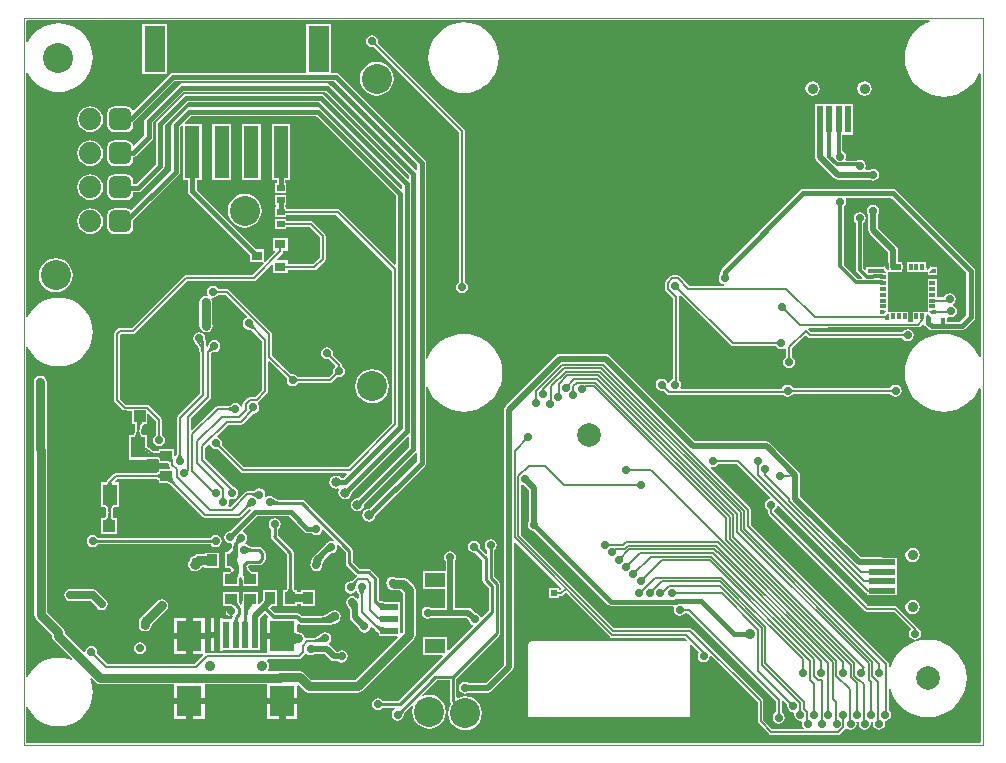
<source format=gbl>
%FSAX44Y44*%
%MOMM*%
G71*
G01*
G75*
G04 Layer_Physical_Order=2*
G04 Layer_Color=16711680*
%ADD10C,0.2540*%
%ADD11C,0.2032*%
%ADD12C,0.6350*%
%ADD13C,0.5080*%
%ADD14C,0.3048*%
%ADD15C,0.7620*%
%ADD16C,0.3810*%
%ADD17R,0.9000X0.7000*%
%ADD18R,0.3200X0.3600*%
%ADD19R,0.4500X0.5500*%
%ADD20R,1.0000X0.9000*%
%ADD21R,0.9000X0.8000*%
%ADD22R,1.3500X0.9500*%
%ADD23R,0.4600X0.4200*%
%ADD24R,1.6500X2.4000*%
%ADD25O,0.8500X0.3000*%
%ADD26R,0.5500X0.5500*%
%ADD27R,0.8000X0.9000*%
%ADD28R,0.6500X0.9000*%
%ADD29R,0.9500X1.4000*%
%ADD30R,1.0000X1.0000*%
%ADD31R,0.7000X0.9000*%
%ADD32R,0.9000X0.8000*%
%ADD33R,0.5200X0.5200*%
%ADD34R,1.1000X1.1000*%
%ADD35R,0.6298X0.2500*%
%ADD36R,0.6298X0.2500*%
%ADD37R,0.2500X0.6298*%
%ADD38R,0.2500X0.6298*%
%ADD39R,1.4000X0.6000*%
%ADD40R,0.4500X0.4500*%
%ADD41R,1.7000X1.7000*%
%ADD42O,0.2800X0.8500*%
%ADD43O,0.8500X0.2800*%
%ADD44R,0.8500X2.3000*%
%ADD45R,0.4200X0.4600*%
%ADD46R,0.2032X1.1430*%
%ADD47R,1.4000X1.1000*%
%ADD48R,1.1000X1.4000*%
%ADD49R,0.9000X0.6500*%
%ADD50R,0.9000X1.0000*%
%ADD51R,0.8000X0.9000*%
%ADD52R,1.0000X1.0000*%
%ADD53R,1.0160X0.8000*%
%ADD54R,0.7112X0.3366*%
%ADD55R,0.3366X0.7112*%
%ADD56O,0.2650X1.8500*%
%ADD57O,1.8500X0.2650*%
%ADD58O,1.8500X0.2650*%
%ADD59R,0.3500X0.6500*%
%ADD60O,2.2000X0.6000*%
%ADD61R,1.2000X1.8000*%
%ADD62R,0.6000X1.5500*%
%ADD63R,0.6000X1.5000*%
%ADD64C,0.3000*%
%ADD65C,0.5000*%
%ADD66C,2.1590*%
%ADD67C,1.5000*%
%ADD68C,0.1540*%
%ADD69C,0.7500*%
%ADD70C,0.1524*%
%ADD71C,0.2500*%
%ADD72C,0.2000*%
%ADD73C,0.4000*%
%ADD74C,0.4500*%
%ADD75C,0.5588*%
%ADD76C,2.0000*%
%ADD77C,0.1600*%
%ADD78C,0.1700*%
%ADD79C,0.3500*%
%ADD80C,0.6000*%
%ADD81C,1.0000*%
%ADD82C,0.0254*%
%ADD83C,2.0066*%
%ADD84C,0.9000*%
%ADD85C,2.5400*%
G04:AMPARAMS|DCode=86|XSize=1.8796mm|YSize=1.8796mm|CornerRadius=0.4699mm|HoleSize=0mm|Usage=FLASHONLY|Rotation=180.000|XOffset=0mm|YOffset=0mm|HoleType=Round|Shape=RoundedRectangle|*
%AMROUNDEDRECTD86*
21,1,1.8796,0.9398,0,0,180.0*
21,1,0.9398,1.8796,0,0,180.0*
1,1,0.9398,-0.4699,0.4699*
1,1,0.9398,0.4699,0.4699*
1,1,0.9398,0.4699,-0.4699*
1,1,0.9398,-0.4699,-0.4699*
%
%ADD86ROUNDEDRECTD86*%
%ADD87C,1.8796*%
%ADD88C,0.6600*%
%ADD89C,0.5000*%
%ADD90C,0.7112*%
%ADD91C,0.6900*%
%ADD92C,1.0000*%
%ADD93C,0.7300*%
%ADD94C,1.1000*%
%ADD95C,0.8000*%
%ADD96R,0.3000X0.3000*%
%ADD97R,0.3000X0.5000*%
%ADD98R,0.3000X0.3000*%
%ADD99R,0.5000X0.3000*%
%ADD100R,3.3000X3.3000*%
%ADD101R,0.3600X0.3200*%
%ADD102R,0.6500X0.5500*%
%ADD103R,1.3000X4.5000*%
%ADD104R,1.8000X3.9000*%
%ADD105R,1.5500X0.6000*%
%ADD106R,1.8000X1.2000*%
%ADD107R,1.2000X1.8000*%
%ADD108R,2.0500X2.5000*%
%ADD109R,0.5000X2.3000*%
%ADD110R,2.3000X0.5000*%
%ADD111R,2.5000X2.0500*%
G36*
X01382675Y01090816D02*
X01382928Y01089546D01*
X01379777Y01088241D01*
X01375374Y01085543D01*
X01371449Y01082190D01*
X01368096Y01078264D01*
X01365398Y01073862D01*
X01363422Y01069093D01*
X01362217Y01064072D01*
X01361812Y01058925D01*
X01362217Y01053779D01*
X01363422Y01048758D01*
X01365398Y01043989D01*
X01368096Y01039586D01*
X01371449Y01035661D01*
X01375374Y01032308D01*
X01379777Y01029610D01*
X01384546Y01027634D01*
X01389567Y01026429D01*
X01394713Y01026024D01*
X01399860Y01026429D01*
X01404881Y01027634D01*
X01409650Y01029610D01*
X01414052Y01032308D01*
X01417978Y01035661D01*
X01421331Y01039586D01*
X01424029Y01043989D01*
X01424698Y01045605D01*
X01425944Y01045357D01*
X01425944Y00805794D01*
X01424698Y00805546D01*
X01424029Y00807162D01*
X01421331Y00811564D01*
X01417978Y00815490D01*
X01414052Y00818843D01*
X01409650Y00821541D01*
X01404881Y00823517D01*
X01399860Y00824722D01*
X01394713Y00825127D01*
X01389567Y00824722D01*
X01384546Y00823517D01*
X01379777Y00821541D01*
X01375374Y00818843D01*
X01371449Y00815490D01*
X01368096Y00811564D01*
X01365398Y00807162D01*
X01363422Y00802393D01*
X01362217Y00797372D01*
X01361812Y00792225D01*
X01362217Y00787079D01*
X01363422Y00782058D01*
X01365398Y00777289D01*
X01368096Y00772887D01*
X01371449Y00768961D01*
X01375374Y00765608D01*
X01379777Y00762910D01*
X01384546Y00760934D01*
X01389567Y00759729D01*
X01394713Y00759324D01*
X01399860Y00759729D01*
X01404881Y00760934D01*
X01409650Y00762910D01*
X01414052Y00765608D01*
X01417978Y00768961D01*
X01421331Y00772887D01*
X01424029Y00777289D01*
X01424698Y00778905D01*
X01425944Y00778657D01*
X01425944Y00479853D01*
X01425046Y00478955D01*
X00618791Y00478955D01*
X00617893Y00479853D01*
Y00508881D01*
X00619139Y00509129D01*
X00619324Y00508682D01*
X00621711Y00504786D01*
X00624679Y00501311D01*
X00628154Y00498343D01*
X00632050Y00495956D01*
X00636271Y00494207D01*
X00640714Y00493140D01*
X00645270Y00492782D01*
X00649825Y00493140D01*
X00654268Y00494207D01*
X00658490Y00495956D01*
X00662386Y00498343D01*
X00665861Y00501311D01*
X00668828Y00504786D01*
X00671216Y00508682D01*
X00672964Y00512903D01*
X00674031Y00517346D01*
X00674389Y00521902D01*
X00674031Y00526457D01*
X00672964Y00530900D01*
X00672121Y00532935D01*
X00673198Y00533654D01*
X00676762Y00530090D01*
X00678529Y00528910D01*
X00680612Y00528495D01*
X00743420D01*
Y00517076D01*
X00769000D01*
Y00528495D01*
X00821919D01*
Y00517076D01*
X00847499D01*
Y00526932D01*
X00848673Y00527418D01*
X00853400Y00522692D01*
X00855166Y00521511D01*
X00857250Y00521097D01*
X00898562D01*
X00900646Y00521511D01*
X00902412Y00522692D01*
X00946189Y00566469D01*
X00947370Y00568235D01*
X00947784Y00570319D01*
Y00607958D01*
X00947370Y00610042D01*
X00946189Y00611808D01*
X00940840Y00617158D01*
X00939073Y00618338D01*
X00936990Y00618753D01*
X00931125D01*
X00930453Y00619202D01*
X00928370Y00619616D01*
X00926286Y00619202D01*
X00924520Y00618021D01*
X00923339Y00616255D01*
X00922925Y00614171D01*
X00923339Y00612088D01*
X00924520Y00610322D01*
X00925383Y00609458D01*
X00927150Y00608278D01*
X00929233Y00607863D01*
X00934734D01*
X00936895Y00605703D01*
Y00572574D01*
X00936003Y00571682D01*
X00934830Y00572168D01*
Y00577972D01*
X00934830Y00578301D01*
X00934830Y00578301D01*
Y00579242D01*
X00934830D01*
X00934830Y00579242D01*
Y00588302D01*
X00934830D01*
Y00589242D01*
X00934830D01*
Y00598302D01*
X00922025D01*
X00920757Y00598376D01*
X00920757Y00598376D01*
X00919610Y00598511D01*
X00919549Y00598518D01*
X00918852Y00598610D01*
X00917137Y00599320D01*
X00916492Y00599815D01*
Y00617473D01*
X00916275Y00618566D01*
X00915656Y00619492D01*
X00910068Y00625080D01*
X00909142Y00625699D01*
X00908049Y00625916D01*
X00900342D01*
X00894394Y00631864D01*
Y00641650D01*
X00894177Y00642743D01*
X00893558Y00643669D01*
X00853727Y00683500D01*
X00852801Y00684119D01*
X00851708Y00684336D01*
X00832814D01*
Y00684349D01*
X00831006Y00684587D01*
X00829321Y00685285D01*
X00827952Y00686335D01*
X00827896Y00686418D01*
X00826214Y00687542D01*
X00824230Y00687937D01*
X00822245Y00687542D01*
X00821350Y00686945D01*
X00820207Y00687708D01*
X00820474Y00689051D01*
X00820080Y00691035D01*
X00818956Y00692718D01*
X00817273Y00693842D01*
X00815289Y00694236D01*
X00813304Y00693842D01*
X00811622Y00692718D01*
X00811577Y00692651D01*
X00810656Y00692035D01*
X00810012Y00691907D01*
X00808823Y00691814D01*
X00808823D01*
X00807616Y00691785D01*
X00805267D01*
X00804274Y00691587D01*
X00803431Y00691024D01*
X00791150Y00678743D01*
X00789826D01*
X00789147Y00680013D01*
X00789650Y00680767D01*
X00790045Y00682751D01*
X00789678Y00684599D01*
X00790111Y00685120D01*
X00790632Y00685553D01*
X00792479Y00685186D01*
X00794464Y00685581D01*
X00796146Y00686705D01*
X00797270Y00688387D01*
X00797665Y00690371D01*
X00797270Y00692356D01*
X00796146Y00694038D01*
X00794464Y00695162D01*
X00793760Y00695303D01*
X00769421Y00719641D01*
Y00728666D01*
X00772450Y00731695D01*
X00773828Y00731277D01*
X00773973Y00730551D01*
X00775097Y00728869D01*
X00776779Y00727745D01*
X00778764Y00727350D01*
X00780046Y00727605D01*
X00799799Y00707851D01*
X00799799Y00707851D01*
X00800636Y00707292D01*
X00801624Y00707096D01*
X00882845D01*
X00882845Y00707096D01*
X00883832Y00707292D01*
X00884196Y00707536D01*
X00888816D01*
X00889302Y00706363D01*
X00886055Y00703115D01*
X00884610D01*
X00884350Y00703502D01*
X00882521Y00704725D01*
X00880363Y00705154D01*
X00878206Y00704725D01*
X00876377Y00703502D01*
X00875154Y00701673D01*
X00874725Y00699516D01*
X00875154Y00697358D01*
X00876377Y00695529D01*
X00878206Y00694306D01*
X00880363Y00693877D01*
X00882225Y00694248D01*
X00882929Y00693490D01*
X00883065Y00693218D01*
X00882774Y00692783D01*
X00882345Y00690626D01*
X00882774Y00688468D01*
X00883997Y00686639D01*
X00885826Y00685416D01*
X00887983Y00684987D01*
X00890141Y00685416D01*
X00891970Y00686639D01*
X00893193Y00688468D01*
X00893622Y00690626D01*
X00893531Y00691083D01*
X00940811Y00738363D01*
X00941984Y00737877D01*
Y00729136D01*
X00898861Y00686013D01*
X00898403Y00686104D01*
X00896246Y00685675D01*
X00894417Y00684452D01*
X00893194Y00682623D01*
X00892765Y00680465D01*
X00893194Y00678308D01*
X00894417Y00676479D01*
X00896246Y00675256D01*
X00898403Y00674827D01*
X00900561Y00675256D01*
X00902390Y00676479D01*
X00903613Y00678308D01*
X00904042Y00680465D01*
X00903951Y00680923D01*
X00947884Y00724856D01*
X00948841Y00724596D01*
X00949154Y00724375D01*
Y00717516D01*
X00908761Y00677123D01*
X00908304Y00677214D01*
X00906146Y00676785D01*
X00904317Y00675562D01*
X00903094Y00673733D01*
X00902665Y00671575D01*
X00903094Y00669418D01*
X00904317Y00667589D01*
X00906146Y00666366D01*
X00908304Y00665937D01*
X00910461Y00666366D01*
X00912290Y00667589D01*
X00913513Y00669418D01*
X00913942Y00671575D01*
X00913851Y00672033D01*
X00955298Y00713481D01*
X00956079Y00714648D01*
X00956353Y00716025D01*
Y00780357D01*
X00957623Y00780609D01*
X00958998Y00777289D01*
X00961696Y00772887D01*
X00965049Y00768961D01*
X00968975Y00765608D01*
X00973377Y00762910D01*
X00978146Y00760934D01*
X00983167Y00759729D01*
X00988314Y00759324D01*
X00993460Y00759729D01*
X00998481Y00760934D01*
X01003250Y00762910D01*
X01007652Y00765608D01*
X01011578Y00768961D01*
X01014931Y00772887D01*
X01017629Y00777289D01*
X01019605Y00782058D01*
X01020810Y00787079D01*
X01021215Y00792225D01*
X01020810Y00797372D01*
X01019605Y00802393D01*
X01017629Y00807162D01*
X01014931Y00811564D01*
X01011578Y00815490D01*
X01007652Y00818843D01*
X01003250Y00821541D01*
X00998481Y00823517D01*
X00993460Y00824722D01*
X00988314Y00825127D01*
X00983167Y00824722D01*
X00978146Y00823517D01*
X00973377Y00821541D01*
X00968975Y00818843D01*
X00965049Y00815490D01*
X00961696Y00811564D01*
X00958998Y00807162D01*
X00957623Y00803842D01*
X00956353Y00804094D01*
Y00970025D01*
X00956079Y00971403D01*
X00955298Y00972570D01*
X00882908Y01044960D01*
X00881741Y01045741D01*
X00880363Y01046015D01*
X00876223D01*
Y01087576D01*
X00855163D01*
Y01046015D01*
X00741934D01*
X00740556Y01045741D01*
X00739389Y01044960D01*
X00709108Y01014680D01*
X00707476Y01014844D01*
X00706673Y01016045D01*
X00704613Y01017422D01*
X00702182Y01017905D01*
X00692784D01*
X00690354Y01017422D01*
X00688293Y01016045D01*
X00686917Y01013985D01*
X00686433Y01011554D01*
Y01002156D01*
X00686917Y00999726D01*
X00688293Y00997665D01*
X00690354Y00996289D01*
X00692784Y00995805D01*
X00702182D01*
X00704613Y00996289D01*
X00706673Y00997665D01*
X00708050Y00999726D01*
X00708533Y01002156D01*
Y01004053D01*
X00708918Y01004310D01*
X00743424Y01038816D01*
X00878873D01*
X00949154Y00968535D01*
Y00963956D01*
X00948841Y00963735D01*
X00947884Y00963475D01*
X00875288Y01036070D01*
X00874121Y01036851D01*
X00872744Y01037125D01*
X00749554D01*
X00748176Y01036851D01*
X00747009Y01036070D01*
X00719069Y01008130D01*
X00718288Y01006963D01*
X00718014Y01005585D01*
Y00993106D01*
X00709343Y00984436D01*
X00708128Y00984804D01*
X00708050Y00985198D01*
X00707336Y00986266D01*
X00707318Y00986358D01*
X00706699Y00987284D01*
X00705773Y00987903D01*
X00705681Y00987921D01*
X00704613Y00988635D01*
X00702182Y00989119D01*
X00692784D01*
X00690354Y00988635D01*
X00688293Y00987258D01*
X00686917Y00985198D01*
X00686433Y00982768D01*
Y00973370D01*
X00686917Y00970939D01*
X00688293Y00968879D01*
X00690354Y00967502D01*
X00692784Y00967019D01*
X00702182D01*
X00704613Y00967502D01*
X00706673Y00968879D01*
X00708050Y00970939D01*
X00708533Y00973370D01*
Y00974562D01*
X00709444Y00974743D01*
X00710611Y00975524D01*
X00724158Y00989071D01*
X00724939Y00990238D01*
X00725213Y00991616D01*
Y01004095D01*
X00751044Y01029926D01*
X00871253D01*
X00941984Y00959195D01*
Y00957064D01*
X00940811Y00956578D01*
X00870209Y01027180D01*
X00869041Y01027961D01*
X00867663Y01028235D01*
X00753363D01*
X00751986Y01027961D01*
X00750818Y01027180D01*
X00728969Y01005331D01*
X00728188Y01004163D01*
X00727914Y01002785D01*
Y00968716D01*
X00711233Y00952035D01*
X00708533D01*
Y00953981D01*
X00708050Y00956411D01*
X00706673Y00958472D01*
X00704613Y00959848D01*
X00702182Y00960332D01*
X00692784D01*
X00690354Y00959848D01*
X00688293Y00958472D01*
X00686917Y00956411D01*
X00686433Y00953981D01*
Y00944583D01*
X00686917Y00942152D01*
X00688293Y00940092D01*
X00690354Y00938715D01*
X00692784Y00938232D01*
X00702182D01*
X00704613Y00938715D01*
X00706673Y00940092D01*
X00708050Y00942152D01*
X00708533Y00944583D01*
Y00944836D01*
X00712723D01*
X00714101Y00945110D01*
X00715268Y00945891D01*
X00734059Y00964680D01*
X00734839Y00965848D01*
X00735113Y00967225D01*
Y01001295D01*
X00754854Y01021036D01*
X00866173D01*
X00936454Y00950755D01*
Y00948624D01*
X00935281Y00948138D01*
X00867669Y01015751D01*
X00866501Y01016531D01*
X00865124Y01016805D01*
X00755903D01*
X00754526Y01016531D01*
X00753359Y01015751D01*
X00741928Y01004321D01*
X00741148Y01003153D01*
X00740874Y01001776D01*
Y00963896D01*
X00706667Y00929689D01*
X00704613Y00931062D01*
X00702182Y00931545D01*
X00692784D01*
X00690354Y00931062D01*
X00688293Y00929685D01*
X00686917Y00927625D01*
X00686433Y00925194D01*
Y00915796D01*
X00686917Y00913366D01*
X00688293Y00911305D01*
X00690354Y00909929D01*
X00692784Y00909445D01*
X00702182D01*
X00704613Y00909929D01*
X00706673Y00911305D01*
X00708050Y00913366D01*
X00708533Y00915796D01*
Y00921375D01*
X00747019Y00959861D01*
X00747799Y00961028D01*
X00748073Y00962405D01*
Y01000285D01*
X00749490Y01001702D01*
X00750663Y01001216D01*
Y00955015D01*
X00755094D01*
Y00945806D01*
X00755368Y00944428D01*
X00756148Y00943261D01*
X00807184Y00892225D01*
Y00885755D01*
X00818589D01*
X00819116Y00884485D01*
X00809445Y00874815D01*
X00753364D01*
X00753363Y00874815D01*
X00752376Y00874619D01*
X00751540Y00874060D01*
X00707327Y00829847D01*
X00696966D01*
X00695979Y00829651D01*
X00695142Y00829092D01*
X00693120Y00827069D01*
X00692560Y00826233D01*
X00692364Y00825246D01*
X00692364Y00825245D01*
Y00769142D01*
X00692364Y00769142D01*
X00692560Y00768155D01*
X00693120Y00767318D01*
X00699589Y00760848D01*
X00699590Y00760847D01*
X00700426Y00760288D01*
X00701414Y00760092D01*
X00707589D01*
Y00748612D01*
X00710003D01*
Y00747196D01*
X00709946Y00746759D01*
X00710003D01*
Y00744014D01*
X00709927D01*
X00709967Y00743712D01*
X00709685Y00741571D01*
X00708832Y00739511D01*
X00705069D01*
Y00718452D01*
X00719123D01*
X00720129Y00718452D01*
X00720175Y00719062D01*
X00721369Y00719136D01*
X00724637D01*
X00725080Y00719092D01*
Y00719136D01*
X00725082Y00719136D01*
X00727687D01*
X00727688Y00719136D01*
Y00719091D01*
X00727930Y00719123D01*
X00729927Y00718726D01*
X00730070Y00718631D01*
Y00715702D01*
X00736311D01*
X00737501Y00715675D01*
X00738563Y00714999D01*
X00738830Y00714779D01*
Y00714306D01*
X00739027Y00713313D01*
X00739590Y00712470D01*
X00740125Y00711935D01*
X00739639Y00710762D01*
X00730070D01*
Y00707832D01*
X00729927Y00707737D01*
X00727930Y00707340D01*
X00727688Y00707372D01*
Y00707327D01*
X00693810D01*
X00692816Y00707130D01*
X00691974Y00706567D01*
X00686764Y00701357D01*
X00686290Y00700648D01*
X00686201Y00700515D01*
X00686084Y00700069D01*
X00685940Y00699521D01*
X00684767Y00699511D01*
X00681069D01*
Y00678451D01*
X00684832D01*
X00685685Y00676392D01*
X00685844Y00675184D01*
X00685927Y00673949D01*
X00685927D01*
Y00673949D01*
X00685888Y00672723D01*
X00685887Y00672695D01*
X00685691Y00671211D01*
X00684771Y00668990D01*
X00684749Y00668961D01*
X00681430D01*
Y00655901D01*
X00694490D01*
Y00668961D01*
X00691486D01*
X00691195Y00670424D01*
Y00673033D01*
X00691269Y00673594D01*
X00691269Y00673594D01*
X00691310Y00674847D01*
X00691513Y00676392D01*
X00692366Y00678451D01*
X00696129D01*
Y00699511D01*
X00693920D01*
X00693434Y00700684D01*
X00694885Y00702136D01*
X00727687D01*
X00727688Y00702135D01*
Y00702091D01*
X00727930Y00702123D01*
X00729927Y00701725D01*
X00730070Y00701630D01*
Y00698702D01*
X00736847D01*
X00737099Y00698652D01*
Y00698652D01*
X00737111Y00698661D01*
X00738867Y00698311D01*
X00739368Y00697977D01*
X00739708Y00697745D01*
X00740666Y00696994D01*
X00740700Y00696960D01*
X00741526Y00696056D01*
Y00696056D01*
X00741945Y00695671D01*
X00742148Y00695486D01*
X00742463Y00695197D01*
X00767411Y00670248D01*
X00767412D01*
Y00670248D01*
X00768254Y00669685D01*
X00769247Y00669488D01*
X00798322D01*
X00799315Y00669685D01*
X00800157Y00670248D01*
X00805424Y00675515D01*
X00806329Y00676406D01*
X00806340Y00676395D01*
X00806369Y00676433D01*
X00806997Y00676853D01*
X00807585Y00676756D01*
X00808022Y00675396D01*
X00790643Y00658018D01*
X00788913Y00657673D01*
X00787231Y00656549D01*
X00786107Y00654867D01*
X00785712Y00652883D01*
X00786107Y00650898D01*
X00787231Y00649216D01*
X00788913Y00648092D01*
X00790898Y00647697D01*
X00791285Y00647774D01*
X00791505Y00647667D01*
X00792348Y00646691D01*
X00792045Y00644382D01*
X00791449Y00642944D01*
X00790228Y00643314D01*
X00790254Y00643449D01*
X00790037Y00644542D01*
X00789418Y00645468D01*
X00789058Y00645828D01*
X00788132Y00646447D01*
X00787039Y00646664D01*
X00785947Y00646447D01*
X00785021Y00645828D01*
X00784402Y00644902D01*
X00784184Y00643809D01*
X00784402Y00642717D01*
X00785021Y00641790D01*
X00785381Y00641430D01*
X00786018Y00641004D01*
X00786018Y00641004D01*
X00786060Y00639752D01*
Y00639751D01*
X00786060Y00639566D01*
Y00626692D01*
X00790519D01*
X00791286Y00626179D01*
X00791684Y00624655D01*
X00791657Y00624615D01*
X00790171Y00623622D01*
X00784679D01*
Y00611562D01*
X00797739D01*
Y00616793D01*
X00797959Y00617079D01*
X00798821Y00619161D01*
X00799084Y00619269D01*
X00799747Y00619314D01*
X00800133Y00619197D01*
X00800996Y00617113D01*
X00801189Y00616861D01*
Y00611562D01*
X00814249D01*
Y00623622D01*
X00808811D01*
X00807486Y00624639D01*
X00806413Y00626036D01*
X00805739Y00627664D01*
X00805680Y00628109D01*
X00806585Y00629097D01*
X00815340D01*
X00816432Y00629314D01*
X00817358Y00629933D01*
X00819898Y00632473D01*
X00820517Y00633399D01*
X00820734Y00634492D01*
Y00639571D01*
X00820517Y00640664D01*
X00819898Y00641590D01*
X00817358Y00644130D01*
X00816432Y00644749D01*
X00815340Y00644966D01*
X00808158D01*
Y00644988D01*
X00807147Y00645189D01*
X00806340Y00645728D01*
X00806306Y00645778D01*
X00804624Y00646902D01*
X00803761Y00647074D01*
X00803493Y00648422D01*
X00803766Y00648605D01*
X00804890Y00650287D01*
X00805285Y00652271D01*
X00804890Y00654256D01*
X00803766Y00655938D01*
X00802084Y00657062D01*
X00801557Y00657167D01*
X00801188Y00658383D01*
X00813322Y00670516D01*
X00840265D01*
X00853435Y00657346D01*
X00854602Y00656566D01*
X00855980Y00656292D01*
X00859887D01*
X00859933Y00656225D01*
X00861615Y00655101D01*
X00863599Y00654706D01*
X00865584Y00655101D01*
X00867266Y00656225D01*
X00868390Y00657907D01*
X00868566Y00658790D01*
X00869944Y00659208D01*
X00878448Y00650705D01*
X00877822Y00649534D01*
X00876300Y00649837D01*
X00874315Y00649442D01*
X00872633Y00648318D01*
X00872182Y00647644D01*
X00872095Y00647586D01*
X00872095Y00647586D01*
X00870361Y00645851D01*
X00869479Y00644970D01*
X00869461Y00644956D01*
X00869461Y00644956D01*
X00869461Y00644955D01*
Y00644951D01*
X00865992Y00641482D01*
X00865094Y00640584D01*
X00865094Y00640584D01*
X00865094Y00640584D01*
X00865094Y00640584D01*
X00860665Y00636156D01*
X00859766Y00634809D01*
X00859450Y00633222D01*
X00859450Y00633221D01*
Y00632355D01*
X00858809Y00631396D01*
X00858414Y00629412D01*
X00858809Y00627427D01*
X00859933Y00625745D01*
X00861615Y00624621D01*
X00863599Y00624226D01*
X00865584Y00624621D01*
X00867266Y00625745D01*
X00868390Y00627427D01*
X00868785Y00629412D01*
X00868763Y00629523D01*
X00869004Y00631357D01*
X00869755Y00633171D01*
X00870871Y00634624D01*
X00875331Y00639085D01*
X00875331Y00639085D01*
D01*
X00876433Y00639492D01*
X00878284Y00639861D01*
X00879966Y00640985D01*
X00881090Y00642667D01*
X00881485Y00644651D01*
X00881182Y00646174D01*
X00882353Y00646800D01*
X00888685Y00640468D01*
Y00630681D01*
X00888902Y00629589D01*
X00889521Y00628663D01*
X00897141Y00621043D01*
X00897629Y00620717D01*
X00897657Y00619341D01*
X00897641Y00619298D01*
X00897277Y00619055D01*
X00895702Y00617480D01*
X00895676Y00617506D01*
X00895506Y00617284D01*
X00894363Y00616141D01*
X00894338Y00616166D01*
X00893637Y00615698D01*
X00892845Y00615540D01*
X00892810Y00615547D01*
X00890825Y00615152D01*
X00889143Y00614028D01*
X00888019Y00612346D01*
X00887624Y00610362D01*
X00888019Y00608377D01*
X00889143Y00606695D01*
X00890825Y00605571D01*
X00892810Y00605176D01*
X00894794Y00605571D01*
X00896476Y00606695D01*
X00896747Y00607099D01*
X00898017D01*
X00898287Y00606695D01*
X00898373Y00606637D01*
X00899080Y00605579D01*
X00899339Y00604277D01*
X00899333Y00604229D01*
X00899358D01*
Y00601318D01*
X00898250Y00600793D01*
X00898088Y00600817D01*
X00897746Y00601328D01*
X00897159Y00601721D01*
X00897014Y00601866D01*
X00895667Y00602765D01*
X00894080Y00603081D01*
X00892492Y00602765D01*
X00891145Y00601866D01*
X00891087Y00601779D01*
X00890413Y00601328D01*
X00889289Y00599646D01*
X00888894Y00597662D01*
X00889289Y00595677D01*
X00890413Y00593995D01*
X00890607Y00593865D01*
X00891817Y00592054D01*
X00892216Y00590049D01*
Y00585216D01*
X00892216Y00585215D01*
X00892532Y00583628D01*
X00893431Y00582281D01*
X00899223Y00576489D01*
X00899449Y00575357D01*
X00900573Y00573675D01*
X00902255Y00572551D01*
X00904240Y00572156D01*
X00906224Y00572551D01*
X00907906Y00573675D01*
X00909030Y00575357D01*
X00909220Y00576308D01*
X00910510Y00577082D01*
X00910676Y00577043D01*
X00910745Y00577026D01*
X00911054Y00576953D01*
X00911618Y00576452D01*
X00912034Y00576036D01*
X00913317Y00574753D01*
X00913477Y00574586D01*
X00913522Y00574538D01*
X00914194Y00573834D01*
X00915089Y00572981D01*
X00915440Y00572630D01*
X00916073Y00572207D01*
X00916270Y00572076D01*
Y00569241D01*
X00931903D01*
X00932389Y00568068D01*
X00896307Y00531986D01*
X00859505D01*
X00853479Y00538011D01*
X00851713Y00539192D01*
X00849630Y00539606D01*
X00833120D01*
X00832006Y00539385D01*
X00822967D01*
X00822288Y00540655D01*
X00823140Y00541929D01*
X00823608Y00544282D01*
X00823140Y00546635D01*
X00822008Y00548330D01*
X00822467Y00549600D01*
X00848614D01*
X00849607Y00549797D01*
X00850449Y00550360D01*
X00854034Y00553945D01*
X00854078Y00554010D01*
X00854230Y00554112D01*
X00855702Y00554334D01*
X00855704Y00554333D01*
X00856818Y00553589D01*
X00858802Y00553194D01*
X00860787Y00553589D01*
X00861747Y00554230D01*
X00870682D01*
X00875905Y00549007D01*
X00875905Y00549007D01*
X00877252Y00548108D01*
X00878839Y00547792D01*
X00878840Y00547792D01*
X00882245D01*
X00883205Y00547151D01*
X00885190Y00546756D01*
X00887174Y00547151D01*
X00888856Y00548275D01*
X00889980Y00549957D01*
X00890375Y00551941D01*
X00889980Y00553926D01*
X00888856Y00555608D01*
X00887174Y00556732D01*
X00885190Y00557127D01*
X00883205Y00556732D01*
X00882245Y00556091D01*
X00880558D01*
X00875335Y00561314D01*
X00874607Y00561801D01*
X00874560Y00563297D01*
X00874886Y00563515D01*
X00876010Y00565197D01*
X00876405Y00567182D01*
X00876010Y00569166D01*
X00874886Y00570848D01*
X00873204Y00571972D01*
X00871219Y00572367D01*
X00869235Y00571972D01*
X00867553Y00570848D01*
X00867438Y00570676D01*
X00865310Y00569044D01*
X00862644Y00567939D01*
X00859915Y00567580D01*
X00856067D01*
X00855073Y00567382D01*
X00855035Y00567357D01*
X00853650Y00567958D01*
X00853390Y00569265D01*
X00852209Y00571031D01*
X00850443Y00572212D01*
X00848360Y00572626D01*
X00847876D01*
X00847499Y00572701D01*
Y00578689D01*
X00848770Y00579368D01*
X00849042Y00579186D01*
X00850382Y00578919D01*
X00866270D01*
Y00578891D01*
X00866560Y00578919D01*
X00875389D01*
X00875468Y00578895D01*
Y00578895D01*
X00878239Y00579260D01*
X00880822Y00580330D01*
X00883040Y00582031D01*
X00883023Y00582048D01*
X00883782Y00583185D01*
X00884048Y00584525D01*
X00883975Y00584895D01*
X00884205Y00586052D01*
X00883810Y00588036D01*
X00882686Y00589719D01*
X00881004Y00590843D01*
X00879019Y00591237D01*
X00877035Y00590843D01*
X00875352Y00589719D01*
X00875210Y00589505D01*
X00872734Y00587605D01*
X00869616Y00586313D01*
X00866656Y00585924D01*
X00851283D01*
X00849667Y00587539D01*
X00849667Y00587539D01*
X00849667Y00587539D01*
X00849667Y00587539D01*
X00849281Y00587797D01*
X00848657Y00588214D01*
X00848657Y00588214D01*
X00848657Y00588214D01*
X00847908Y00588363D01*
X00847465Y00588451D01*
X00847465D01*
X00847465Y00588451D01*
X00847465Y00588451D01*
X00828953D01*
X00824286Y00593119D01*
X00826108Y00594941D01*
X00830650D01*
Y00608002D01*
X00818590D01*
Y00601373D01*
X00818510Y00600971D01*
X00818510D01*
X00818543Y00600931D01*
X00818200Y00599208D01*
X00817875Y00598722D01*
X00817172Y00597743D01*
X00816310Y00596880D01*
X00816215Y00596786D01*
X00815423Y00595993D01*
X00814249Y00596479D01*
Y00606622D01*
X00801189D01*
Y00599481D01*
X00800947Y00598896D01*
X00800724Y00597201D01*
X00800618Y00596399D01*
X00800618Y00596398D01*
X00800605Y00596331D01*
D01*
X00800547Y00596275D01*
X00799679Y00595945D01*
X00799314Y00595930D01*
X00798750Y00596666D01*
X00798042Y00598374D01*
X00797933Y00599198D01*
X00797828Y00600413D01*
X00797828Y00600413D01*
X00797739Y00601635D01*
Y00606622D01*
X00784679D01*
Y00594562D01*
X00791433D01*
X00791710Y00594506D01*
Y00594469D01*
X00791909Y00594430D01*
X00792141Y00594324D01*
X00792181Y00594244D01*
X00791661Y00593443D01*
X00791113Y00593162D01*
X00790991Y00593186D01*
X00789899Y00592969D01*
X00788972Y00592350D01*
X00787921Y00591298D01*
X00787302Y00590372D01*
X00787085Y00589280D01*
X00787302Y00588187D01*
X00787921Y00587261D01*
X00788847Y00586642D01*
X00789939Y00586425D01*
X00791032Y00586642D01*
X00791958Y00587261D01*
X00792108Y00587411D01*
X00793095Y00586601D01*
X00792822Y00586194D01*
X00792605Y00585101D01*
Y00583312D01*
X00784500D01*
Y00584322D01*
X00782254D01*
Y00570282D01*
Y00556242D01*
X00784500D01*
Y00557252D01*
X00815490D01*
Y00562714D01*
X00815610Y00563316D01*
Y00570282D01*
Y00584443D01*
X00819882Y00588715D01*
X00823102Y00585495D01*
X00822616Y00584322D01*
X00821919D01*
Y00572076D01*
X00834709D01*
Y00566488D01*
X00821919D01*
Y00554791D01*
X00770698D01*
X00770270Y00554706D01*
X00769137Y00555444D01*
X00769000Y00555650D01*
Y00566488D01*
X00759004D01*
Y00554242D01*
X00767277D01*
X00767803Y00552972D01*
X00760479Y00545647D01*
X00686875D01*
X00678034Y00554488D01*
X00678285Y00555751D01*
X00677890Y00557736D01*
X00676766Y00559418D01*
X00675084Y00560542D01*
X00673100Y00560937D01*
X00671115Y00560542D01*
X00669433Y00559418D01*
X00668309Y00557736D01*
X00667977Y00556071D01*
X00666771Y00555481D01*
X00650604Y00571648D01*
Y00572262D01*
X00650190Y00574345D01*
X00649009Y00576111D01*
X00635618Y00589503D01*
Y00726947D01*
X00635364Y00728224D01*
Y00784352D01*
X00634950Y00786435D01*
X00633769Y00788201D01*
X00632003Y00789382D01*
X00629920Y00789796D01*
X00627836Y00789382D01*
X00626070Y00788201D01*
X00624889Y00786435D01*
X00624475Y00784352D01*
Y00727202D01*
X00624729Y00725925D01*
Y00587248D01*
X00625143Y00585164D01*
X00626324Y00583398D01*
X00639715Y00570006D01*
Y00569393D01*
X00640129Y00567309D01*
X00641310Y00565543D01*
X00657022Y00549830D01*
X00656303Y00548753D01*
X00654268Y00549596D01*
X00649825Y00550663D01*
X00645270Y00551021D01*
X00640714Y00550663D01*
X00636271Y00549596D01*
X00632050Y00547848D01*
X00628154Y00545460D01*
X00624679Y00542492D01*
X00621711Y00539018D01*
X00619324Y00535122D01*
X00619139Y00534674D01*
X00617893Y00534922D01*
Y00813681D01*
X00619139Y00813929D01*
X00619324Y00813482D01*
X00621711Y00809586D01*
X00624679Y00806111D01*
X00628154Y00803143D01*
X00632050Y00800756D01*
X00636271Y00799007D01*
X00640714Y00797941D01*
X00645270Y00797582D01*
X00649825Y00797941D01*
X00654268Y00799007D01*
X00658490Y00800756D01*
X00662386Y00803143D01*
X00665861Y00806111D01*
X00668828Y00809586D01*
X00671216Y00813482D01*
X00672964Y00817703D01*
X00674031Y00822146D01*
X00674389Y00826702D01*
X00674031Y00831257D01*
X00672964Y00835700D01*
X00671216Y00839922D01*
X00668828Y00843818D01*
X00665861Y00847292D01*
X00662386Y00850260D01*
X00658490Y00852647D01*
X00654268Y00854396D01*
X00649825Y00855463D01*
X00645270Y00855821D01*
X00640714Y00855463D01*
X00636271Y00854396D01*
X00632050Y00852647D01*
X00628154Y00850260D01*
X00624679Y00847292D01*
X00621711Y00843818D01*
X00619324Y00839922D01*
X00619139Y00839474D01*
X00617893Y00839722D01*
Y01045639D01*
X00619139Y01045887D01*
X00619214Y01045705D01*
X00621601Y01041809D01*
X00624569Y01038335D01*
X00628043Y01035367D01*
X00631939Y01032980D01*
X00636161Y01031231D01*
X00640604Y01030164D01*
X00645160Y01029806D01*
X00649715Y01030164D01*
X00654158Y01031231D01*
X00658380Y01032980D01*
X00662276Y01035367D01*
X00665750Y01038335D01*
X00668718Y01041809D01*
X00671105Y01045705D01*
X00672854Y01049927D01*
X00673921Y01054370D01*
X00674279Y01058925D01*
X00673921Y01063481D01*
X00672854Y01067924D01*
X00671105Y01072146D01*
X00668718Y01076042D01*
X00665750Y01079516D01*
X00662276Y01082484D01*
X00658380Y01084871D01*
X00654158Y01086620D01*
X00649715Y01087687D01*
X00645160Y01088045D01*
X00640604Y01087687D01*
X00636161Y01086620D01*
X00631939Y01084871D01*
X00628043Y01082484D01*
X00624569Y01079516D01*
X00621601Y01076042D01*
X00619214Y01072146D01*
X00619139Y01071964D01*
X00617893Y01072212D01*
Y01089918D01*
X00618791Y01090816D01*
X01382675Y01090816D01*
D02*
G37*
G36*
X00930924Y00942315D02*
Y00884132D01*
X00929751Y00883646D01*
X00883537Y00929860D01*
X00882700Y00930419D01*
X00881713Y00930615D01*
X00881713Y00930615D01*
X00838154D01*
Y00932316D01*
X00836973D01*
Y00934126D01*
X00838154D01*
Y00942685D01*
X00828594D01*
Y00934126D01*
X00829774D01*
Y00932316D01*
X00828594D01*
Y00923756D01*
X00838154D01*
Y00925456D01*
X00880645D01*
X00927414Y00878687D01*
Y00749439D01*
X00890670Y00712695D01*
X00883285D01*
X00882298Y00712499D01*
X00881933Y00712255D01*
X00802692D01*
X00783694Y00731253D01*
X00783949Y00732535D01*
X00783554Y00734520D01*
X00782430Y00736202D01*
X00780748Y00737326D01*
X00780022Y00737471D01*
X00779604Y00738849D01*
X00788983Y00748228D01*
X00799438D01*
X00800432Y00748425D01*
X00801274Y00748988D01*
X00809928Y00757642D01*
X00810259Y00757576D01*
X00812244Y00757971D01*
X00813926Y00759095D01*
X00815050Y00760777D01*
X00815445Y00762762D01*
X00815050Y00764746D01*
X00814371Y00765763D01*
X00814345Y00765850D01*
X00814385Y00766499D01*
X00814635Y00767311D01*
X00814696Y00767388D01*
X00814844Y00767485D01*
X00814850Y00767494D01*
X00814860Y00767501D01*
X00822255Y00774896D01*
X00822818Y00775738D01*
X00823015Y00776731D01*
Y00801302D01*
X00824189Y00801788D01*
X00838639Y00787338D01*
X00838348Y00785875D01*
X00838743Y00783891D01*
X00839867Y00782209D01*
X00841549Y00781085D01*
X00843533Y00780690D01*
X00845518Y00781085D01*
X00847200Y00782209D01*
X00848029Y00783449D01*
X00875284D01*
X00876212Y00783634D01*
X00876999Y00784160D01*
X00881441Y00788601D01*
X00882904Y00788310D01*
X00884888Y00788705D01*
X00886570Y00789829D01*
X00887694Y00791511D01*
X00888089Y00793495D01*
X00887694Y00795480D01*
X00886570Y00797162D01*
X00885330Y00797991D01*
Y00798576D01*
X00885176Y00799350D01*
X00885145Y00799504D01*
X00884619Y00800291D01*
X00877638Y00807273D01*
X00877929Y00808736D01*
X00877534Y00810720D01*
X00876410Y00812402D01*
X00874728Y00813526D01*
X00872744Y00813921D01*
X00870759Y00813526D01*
X00869077Y00812402D01*
X00867953Y00810720D01*
X00867558Y00808736D01*
X00867953Y00806751D01*
X00869077Y00805069D01*
X00870759Y00803945D01*
X00872744Y00803550D01*
X00874206Y00803841D01*
X00879517Y00798530D01*
X00879392Y00797266D01*
X00879237Y00797162D01*
X00878113Y00795480D01*
X00877718Y00793495D01*
X00878009Y00792033D01*
X00874278Y00788302D01*
X00848029D01*
X00847200Y00789542D01*
X00845518Y00790666D01*
X00843533Y00791061D01*
X00842071Y00790770D01*
X00826242Y00806599D01*
Y00824910D01*
X00826057Y00825839D01*
X00825531Y00826626D01*
X00789636Y00862521D01*
X00788849Y00863047D01*
X00787920Y00863232D01*
X00780719D01*
X00779890Y00864472D01*
X00778208Y00865596D01*
X00776224Y00865991D01*
X00774239Y00865596D01*
X00772557Y00864472D01*
X00771433Y00862790D01*
X00771038Y00860806D01*
X00771433Y00858821D01*
X00771799Y00858272D01*
X00771036Y00857129D01*
X00769874Y00857360D01*
X00767790Y00856946D01*
X00766024Y00855765D01*
X00764843Y00853999D01*
X00764429Y00851916D01*
Y00832357D01*
X00764843Y00830274D01*
X00766024Y00828508D01*
X00766490Y00828041D01*
X00768256Y00826861D01*
X00770340Y00826447D01*
X00772423Y00826861D01*
X00774190Y00828041D01*
X00775370Y00829808D01*
X00775785Y00831891D01*
X00775370Y00833975D01*
X00775318Y00834052D01*
Y00851916D01*
X00774904Y00853999D01*
X00774450Y00854678D01*
X00775214Y00855821D01*
X00776224Y00855620D01*
X00778208Y00856015D01*
X00779890Y00857139D01*
X00780719Y00858379D01*
X00786915D01*
X00805311Y00839983D01*
X00804943Y00838767D01*
X00804465Y00838672D01*
X00802783Y00837548D01*
X00801659Y00835866D01*
X00801264Y00833882D01*
X00801659Y00831897D01*
X00802783Y00830215D01*
X00804465Y00829091D01*
X00806450Y00828696D01*
X00806551Y00828716D01*
X00807799Y00828468D01*
X00808903Y00827730D01*
X00808932Y00827692D01*
X00808932Y00827692D01*
X00809844Y00826816D01*
X00809848Y00826812D01*
X00817824Y00818836D01*
Y00777807D01*
X00811978Y00771961D01*
X00807524D01*
X00806531Y00771764D01*
X00805688Y00771201D01*
X00801820Y00767333D01*
X00801257Y00766490D01*
X00801060Y00765497D01*
Y00763706D01*
X00799810Y00763476D01*
X00798686Y00765158D01*
X00797004Y00766282D01*
X00795020Y00766677D01*
X00793035Y00766282D01*
X00791353Y00765158D01*
X00791295Y00765072D01*
X00790237Y00764365D01*
X00788935Y00764106D01*
X00788887Y00764112D01*
X00788887Y00764097D01*
X00788878Y00764087D01*
X00780287D01*
X00779294Y00763890D01*
X00778452Y00763327D01*
X00758403Y00743278D01*
X00757229Y00743764D01*
Y00753294D01*
X00773614Y00769678D01*
X00774177Y00770520D01*
X00774374Y00771514D01*
Y00807531D01*
X00774757Y00808642D01*
X00774786Y00808680D01*
X00775890Y00809418D01*
X00777138Y00809666D01*
X00777240Y00809646D01*
X00779224Y00810041D01*
X00780906Y00811165D01*
X00782030Y00812847D01*
X00782425Y00814831D01*
X00782030Y00816816D01*
X00780906Y00818498D01*
X00779224Y00819622D01*
X00777240Y00820017D01*
X00775255Y00819622D01*
X00773573Y00818498D01*
X00772449Y00816816D01*
X00772054Y00814831D01*
X00772074Y00814730D01*
X00771988Y00814298D01*
X00771580Y00814024D01*
X00770310Y00814702D01*
Y00817196D01*
X00770344D01*
X00770310Y00818007D01*
X00770226Y00818431D01*
X00770113Y00819000D01*
X00770105Y00819011D01*
X00770011Y00819730D01*
X00769623Y00820666D01*
X00769725Y00821181D01*
X00769330Y00823166D01*
X00768206Y00824848D01*
X00766524Y00825972D01*
X00764539Y00826367D01*
X00762555Y00825972D01*
X00760873Y00824848D01*
X00759749Y00823166D01*
X00759354Y00821181D01*
X00759749Y00819197D01*
X00760873Y00817515D01*
X00761119Y00817350D01*
X00763233Y00814596D01*
X00764673Y00811117D01*
X00765119Y00807736D01*
Y00774632D01*
X00746194Y00755707D01*
X00745631Y00754865D01*
X00745434Y00753872D01*
Y00723174D01*
X00745409D01*
X00745415Y00723126D01*
X00745156Y00721824D01*
X00745134Y00721791D01*
X00743481Y00721501D01*
X00743130Y00721755D01*
Y00727762D01*
X00730070D01*
Y00726081D01*
X00728880Y00725542D01*
X00727748Y00725731D01*
X00727748Y00725731D01*
X00726515Y00725877D01*
X00726485Y00725881D01*
X00725713Y00726115D01*
X00721566Y00728331D01*
X00720129Y00729511D01*
Y00739511D01*
X00716366D01*
X00715513Y00741571D01*
X00715322Y00743024D01*
X00715584Y00745021D01*
X00716807Y00747973D01*
X00717297Y00748612D01*
X00720649D01*
Y00756882D01*
X00721823Y00757368D01*
X00727924Y00751267D01*
Y00739469D01*
X00726837Y00738742D01*
X00725713Y00737060D01*
X00725318Y00735076D01*
X00725713Y00733091D01*
X00726837Y00731409D01*
X00728519Y00730285D01*
X00730503Y00729890D01*
X00732488Y00730285D01*
X00734170Y00731409D01*
X00735294Y00733091D01*
X00735689Y00735076D01*
X00735294Y00737060D01*
X00734170Y00738742D01*
X00733083Y00739469D01*
Y00752336D01*
X00732887Y00753323D01*
X00732327Y00754159D01*
X00732327Y00754159D01*
X00721992Y00764495D01*
X00721155Y00765055D01*
X00720167Y00765251D01*
X00720167Y00765251D01*
X00702482D01*
X00697523Y00770210D01*
Y00824177D01*
X00698035Y00824688D01*
X00708396D01*
X00708396Y00824688D01*
X00709383Y00824885D01*
X00710220Y00825444D01*
X00754432Y00869656D01*
X00810513D01*
X00810514Y00869656D01*
X00811501Y00869852D01*
X00812337Y00870412D01*
X00826010Y00884084D01*
X00827184Y00883598D01*
Y00876255D01*
X00839243D01*
Y00879206D01*
X00861973D01*
X00861973Y00879206D01*
X00862961Y00879402D01*
X00863797Y00879961D01*
X00870758Y00886921D01*
X00871317Y00887758D01*
X00871513Y00888745D01*
X00871513Y00888746D01*
Y00907795D01*
X00871317Y00908783D01*
X00870758Y00909620D01*
X00870757Y00909620D01*
X00860517Y00919860D01*
X00859680Y00920419D01*
X00858693Y00920615D01*
X00858693Y00920615D01*
X00838154D01*
Y00922316D01*
X00828594D01*
Y00913756D01*
X00838154D01*
Y00915456D01*
X00857625D01*
X00866354Y00906727D01*
Y00889814D01*
X00860905Y00884365D01*
X00839243D01*
Y00887315D01*
X00830901D01*
X00830415Y00888489D01*
X00835037Y00893111D01*
X00835038Y00893111D01*
X00835597Y00893948D01*
X00835793Y00894935D01*
X00836990Y00895256D01*
X00839243D01*
Y00906316D01*
X00827184D01*
Y00895256D01*
X00828226D01*
X00828712Y00894082D01*
X00820514Y00885883D01*
X00819243Y00886410D01*
Y00896815D01*
X00812774D01*
X00762293Y00947296D01*
Y00955015D01*
X00766723D01*
Y01003075D01*
X00752523D01*
X00752037Y01004249D01*
X00757394Y01009606D01*
X00863633D01*
X00930924Y00942315D01*
D02*
G37*
%LPC*%
G36*
X00753416Y00584322D02*
X00743420D01*
Y00572076D01*
X00753416D01*
Y00584322D01*
D02*
G37*
G36*
X00910844Y00795148D02*
X00907129Y00794659D01*
X00903667Y00793225D01*
X00900695Y00790944D01*
X00898414Y00787972D01*
X00896980Y00784510D01*
X00896491Y00780796D01*
X00896980Y00777081D01*
X00898414Y00773619D01*
X00900695Y00770647D01*
X00903667Y00768366D01*
X00907129Y00766932D01*
X00910844Y00766443D01*
X00914558Y00766932D01*
X00918020Y00768366D01*
X00920992Y00770647D01*
X00923273Y00773619D01*
X00924707Y00777081D01*
X00925196Y00780796D01*
X00924707Y00784510D01*
X00923273Y00787972D01*
X00920992Y00790944D01*
X00918020Y00793225D01*
X00914558Y00794659D01*
X00910844Y00795148D01*
D02*
G37*
G36*
X00769000Y00584322D02*
X00759004D01*
Y00572076D01*
X00769000D01*
Y00584322D01*
D02*
G37*
G36*
X00642874Y00889128D02*
X00639159Y00888639D01*
X00635697Y00887205D01*
X00632724Y00884924D01*
X00630444Y00881952D01*
X00629010Y00878490D01*
X00628521Y00874775D01*
X00629010Y00871061D01*
X00630444Y00867599D01*
X00632724Y00864626D01*
X00635697Y00862346D01*
X00639159Y00860912D01*
X00642874Y00860423D01*
X00646588Y00860912D01*
X00650050Y00862346D01*
X00653022Y00864626D01*
X00655303Y00867599D01*
X00656737Y00871061D01*
X00657226Y00874775D01*
X00656737Y00878490D01*
X00655303Y00881952D01*
X00653022Y00884924D01*
X00650050Y00887205D01*
X00646588Y00888639D01*
X00642874Y00889128D01*
D02*
G37*
G36*
X01352068Y00947691D02*
X01276069D01*
X01274692Y00947417D01*
X01273524Y00946637D01*
X01206749Y00879861D01*
X01205968Y00878693D01*
X01205694Y00877316D01*
Y00875947D01*
X01205627Y00875902D01*
X01204503Y00874220D01*
X01204108Y00872235D01*
X01204503Y00870251D01*
X01205627Y00868569D01*
X01207309Y00867445D01*
X01208564Y00867195D01*
X01208438Y00865925D01*
X01179599D01*
X01171728Y00873795D01*
X01170891Y00874355D01*
X01169904Y00874551D01*
X01169904Y00874551D01*
X01164863D01*
X01163875Y00874355D01*
X01163039Y00873795D01*
X01159473Y00870230D01*
X01158914Y00869393D01*
X01158718Y00868406D01*
X01158718Y00868406D01*
Y00863365D01*
X01158718Y00863365D01*
X01158914Y00862377D01*
X01159473Y00861541D01*
X01165704Y00855310D01*
Y00786917D01*
X01165399Y00786856D01*
X01163717Y00785732D01*
X01162593Y00784050D01*
X01162316Y00782659D01*
X01161021D01*
X01160744Y00784050D01*
X01159620Y00785732D01*
X01157938Y00786856D01*
X01155954Y00787251D01*
X01153969Y00786856D01*
X01152287Y00785732D01*
X01151163Y00784050D01*
X01150768Y00782066D01*
X01151163Y00780081D01*
X01152287Y00778399D01*
X01153969Y00777275D01*
X01155954Y00776880D01*
X01157236Y00777135D01*
X01160216Y00774156D01*
X01161052Y00773596D01*
X01162039Y00773400D01*
X01258912D01*
X01258967Y00773319D01*
X01260649Y00772195D01*
X01262634Y00771800D01*
X01264618Y00772195D01*
X01266300Y00773319D01*
X01267027Y00774406D01*
X01349680D01*
X01350407Y00773319D01*
X01352089Y00772195D01*
X01354073Y00771800D01*
X01356058Y00772195D01*
X01357740Y00773319D01*
X01358864Y00775001D01*
X01359259Y00776985D01*
X01358864Y00778970D01*
X01357740Y00780652D01*
X01356058Y00781776D01*
X01354073Y00782171D01*
X01352089Y00781776D01*
X01350407Y00780652D01*
X01349680Y00779565D01*
X01267027D01*
X01266300Y00780652D01*
X01264618Y00781776D01*
X01262634Y00782171D01*
X01260649Y00781776D01*
X01258967Y00780652D01*
X01257843Y00778970D01*
X01257761Y00778559D01*
X01172505D01*
X01171906Y00779679D01*
X01172174Y00780081D01*
X01172569Y00782066D01*
X01172174Y00784050D01*
X01171050Y00785732D01*
X01170863Y00785857D01*
Y00856378D01*
X01170863Y00856379D01*
X01170667Y00857366D01*
X01171678Y00858138D01*
X01214552Y00815264D01*
X01214552Y00815264D01*
X01215389Y00814705D01*
X01216376Y00814509D01*
X01216549Y00814543D01*
X01252657D01*
X01253384Y00813456D01*
X01255066Y00812332D01*
X01257050Y00811937D01*
X01259035Y00812332D01*
X01260054Y00813012D01*
X01261324Y00812334D01*
Y00805509D01*
X01260237Y00804782D01*
X01259113Y00803100D01*
X01258718Y00801115D01*
X01259113Y00799131D01*
X01260237Y00797449D01*
X01261919Y00796325D01*
X01263904Y00795930D01*
X01265888Y00796325D01*
X01267570Y00797449D01*
X01268694Y00799131D01*
X01269089Y00801115D01*
X01268694Y00803100D01*
X01267570Y00804782D01*
X01266483Y00805509D01*
Y00812747D01*
X01277238Y00823502D01*
X01278509D01*
X01279859Y00822151D01*
X01280696Y00821592D01*
X01281684Y00821396D01*
X01359840D01*
X01360567Y00820309D01*
X01362249Y00819185D01*
X01364234Y00818790D01*
X01366218Y00819185D01*
X01367900Y00820309D01*
X01369024Y00821991D01*
X01369419Y00823976D01*
X01369024Y00825960D01*
X01367900Y00827642D01*
X01366218Y00828766D01*
X01364234Y00829161D01*
X01362249Y00828766D01*
X01360567Y00827642D01*
X01359840Y00826555D01*
X01282752D01*
X01280291Y00829016D01*
X01280817Y00830286D01*
X01295654D01*
X01296641Y00830482D01*
X01296698Y00830520D01*
X01373123D01*
X01373123Y00830520D01*
X01374021Y00830699D01*
X01374782Y00831207D01*
X01377050Y00833475D01*
X01378428Y00833057D01*
X01378438Y00833006D01*
X01379218Y00831838D01*
X01382056Y00829000D01*
X01383224Y00828220D01*
X01384601Y00827946D01*
X01409904D01*
X01411281Y00828220D01*
X01412448Y00829000D01*
X01420119Y00836671D01*
X01420899Y00837838D01*
X01421173Y00839215D01*
Y00878586D01*
X01420899Y00879963D01*
X01420119Y00881131D01*
X01354612Y00946637D01*
X01353445Y00947417D01*
X01352068Y00947691D01*
D02*
G37*
G36*
X00910844Y01078081D02*
X00908859Y01077686D01*
X00907177Y01076562D01*
X00906053Y01074880D01*
X00905658Y01072896D01*
X00906053Y01070911D01*
X00907177Y01069229D01*
X00908859Y01068105D01*
X00910844Y01067710D01*
X00912412Y01068022D01*
X00984707Y00995727D01*
Y00869171D01*
X00983377Y00868282D01*
X00982253Y00866600D01*
X00981858Y00864615D01*
X00982253Y00862631D01*
X00983377Y00860949D01*
X00985059Y00859825D01*
X00987044Y00859430D01*
X00989028Y00859825D01*
X00990710Y00860949D01*
X00991834Y00862631D01*
X00992229Y00864615D01*
X00991834Y00866600D01*
X00990710Y00868282D01*
X00989380Y00869171D01*
Y00996695D01*
X00989380Y00996695D01*
X00989202Y00997590D01*
X00988949Y00997969D01*
X00988696Y00998348D01*
X00988696Y00998348D01*
X00915717Y01071327D01*
X00916029Y01072896D01*
X00915634Y01074880D01*
X00914510Y01076562D01*
X00912828Y01077686D01*
X00910844Y01078081D01*
D02*
G37*
G36*
X00776666Y00567488D02*
X00774420D01*
Y00556242D01*
X00776666D01*
Y00567488D01*
D02*
G37*
G36*
X00753416Y00566488D02*
X00743420D01*
Y00554242D01*
X00753416D01*
Y00566488D01*
D02*
G37*
G36*
X00655320Y00609197D02*
X00653335Y00608802D01*
X00651653Y00607678D01*
X00650529Y00605996D01*
X00650134Y00604011D01*
X00650529Y00602027D01*
X00651653Y00600345D01*
X00653335Y00599221D01*
X00655320Y00598826D01*
X00657272Y00599214D01*
X00672382D01*
X00677216Y00594380D01*
X00678323Y00592725D01*
X00680005Y00591601D01*
X00681990Y00591206D01*
X00683974Y00591601D01*
X00685656Y00592725D01*
X00686780Y00594407D01*
X00687175Y00596391D01*
X00686780Y00598376D01*
X00685656Y00600058D01*
X00684001Y00601165D01*
X00677762Y00607404D01*
X00676205Y00608443D01*
X00674370Y00608809D01*
X00657272D01*
X00655320Y00609197D01*
D02*
G37*
G36*
X00828294Y00669141D02*
X00826309Y00668746D01*
X00824627Y00667622D01*
X00823503Y00665940D01*
X00823108Y00663956D01*
X00823503Y00661971D01*
X00824627Y00660289D01*
X00825439Y00659746D01*
Y00654689D01*
X00825402Y00654634D01*
Y00654634D01*
X00825402Y00654634D01*
X00825271Y00653976D01*
X00825185Y00653541D01*
Y00653541D01*
Y00653541D01*
X00825271Y00653107D01*
X00825402Y00652449D01*
X00825402Y00652449D01*
Y00652449D01*
X00825527Y00652262D01*
X00826021Y00651523D01*
X00826021Y00651523D01*
X00838765Y00638779D01*
Y00609770D01*
X00838765Y00609769D01*
X00838728D01*
X00838752Y00609588D01*
X00838436Y00608002D01*
X00835590D01*
Y00594941D01*
X00847650D01*
Y00596674D01*
X00850340D01*
Y00594941D01*
X00862400D01*
Y00608002D01*
X00850340D01*
Y00606269D01*
X00847650D01*
Y00608002D01*
X00844803D01*
X00844487Y00609588D01*
X00844511Y00609769D01*
X00844475D01*
Y00639962D01*
Y00639962D01*
Y00639962D01*
X00844388Y00640396D01*
X00844257Y00641054D01*
X00844257Y00641054D01*
Y00641054D01*
X00844049Y00641366D01*
X00843639Y00641980D01*
X00843639Y00641980D01*
X00843639Y00641980D01*
X00831148Y00654470D01*
Y00659746D01*
X00831960Y00660289D01*
X00833084Y00661971D01*
X00833479Y00663956D01*
X00833084Y00665940D01*
X00831960Y00667622D01*
X00830278Y00668746D01*
X00828294Y00669141D01*
D02*
G37*
G36*
X01368523Y00599843D02*
X01366170Y00599375D01*
X01364176Y00598042D01*
X01362843Y00596048D01*
X01362375Y00593695D01*
X01362843Y00591342D01*
X01364176Y00589348D01*
X01366170Y00588015D01*
X01368523Y00587547D01*
X01370876Y00588015D01*
X01372870Y00589348D01*
X01374203Y00591342D01*
X01374671Y00593695D01*
X01374203Y00596048D01*
X01372870Y00598042D01*
X01370876Y00599375D01*
X01368523Y00599843D01*
D02*
G37*
G36*
X00776666Y00584322D02*
X00774420D01*
Y00573076D01*
X00776666D01*
Y00584322D01*
D02*
G37*
G36*
X00732790Y00600566D02*
X00730706Y00600152D01*
X00728940Y00598971D01*
X00714970Y00585001D01*
X00713789Y00583235D01*
X00713375Y00581152D01*
Y00580458D01*
X00713132Y00578611D01*
X00713121D01*
X00713535Y00576528D01*
X00714716Y00574762D01*
X00716482Y00573581D01*
X00718566Y00573167D01*
X00718692Y00573192D01*
X00718820Y00573167D01*
X00720903Y00573581D01*
X00722669Y00574762D01*
X00723850Y00576528D01*
X00724264Y00578611D01*
Y00578896D01*
X00736639Y00591272D01*
X00737820Y00593038D01*
X00738234Y00595121D01*
X00737820Y00597205D01*
X00736639Y00598971D01*
X00734873Y00600152D01*
X00732790Y00600566D01*
D02*
G37*
G36*
X01011173Y00651361D02*
X01009189Y00650966D01*
X01007507Y00649842D01*
X01006383Y00648160D01*
X01005988Y00646176D01*
X01006383Y00644191D01*
X01007507Y00642509D01*
X01008319Y00641966D01*
Y00639487D01*
X01007145Y00639001D01*
X01002199Y00643948D01*
X01002389Y00644905D01*
X01001994Y00646890D01*
X01000870Y00648572D01*
X00999188Y00649696D01*
X00997204Y00650091D01*
X00995219Y00649696D01*
X00993537Y00648572D01*
X00992413Y00646890D01*
X00992018Y00644905D01*
X00992413Y00642921D01*
X00993537Y00641239D01*
X00995219Y00640115D01*
X00997204Y00639720D01*
X00998161Y00639910D01*
X01004249Y00633823D01*
Y00616901D01*
X01004466Y00615808D01*
X01005085Y00614882D01*
X01009728Y00610238D01*
Y00590951D01*
X01003681Y00584903D01*
X01002466Y00585272D01*
X01002373Y00585740D01*
X01001249Y00587422D01*
X00999566Y00588546D01*
X00998363Y00588786D01*
X00995217Y00591931D01*
X00993884Y00592822D01*
X00992312Y00593134D01*
X00980992D01*
Y00607922D01*
X00981000Y00607958D01*
X00981188Y00608906D01*
Y00633303D01*
X00981674Y00634031D01*
X00982069Y00636016D01*
X00981674Y00638000D01*
X00980550Y00639682D01*
X00978868Y00640806D01*
X00976883Y00641201D01*
X00974899Y00640806D01*
X00973217Y00639682D01*
X00972093Y00638000D01*
X00971698Y00636016D01*
X00972093Y00634031D01*
X00972970Y00632717D01*
Y00624301D01*
X00953519D01*
Y00609241D01*
X00972339D01*
X00972775Y00608710D01*
Y00593134D01*
X00960839D01*
X00959818Y00593816D01*
X00957833Y00594211D01*
X00955849Y00593816D01*
X00954167Y00592692D01*
X00953043Y00591010D01*
X00952648Y00589025D01*
X00953043Y00587041D01*
X00954167Y00585359D01*
X00955849Y00584235D01*
X00957833Y00583840D01*
X00959818Y00584235D01*
X00960839Y00584917D01*
X00990610D01*
X00992552Y00582975D01*
X00992791Y00581771D01*
X00993915Y00580089D01*
X00995598Y00578965D01*
X00996065Y00578871D01*
X00996434Y00577656D01*
X00975753Y00556975D01*
X00974579Y00557461D01*
Y00568302D01*
X00953519D01*
Y00553242D01*
X00970360D01*
X00970846Y00552068D01*
X00933188Y00514410D01*
X00920133D01*
X00919590Y00515222D01*
X00917908Y00516346D01*
X00915923Y00516741D01*
X00913939Y00516346D01*
X00912257Y00515222D01*
X00911133Y00513540D01*
X00910738Y00511555D01*
X00911133Y00509571D01*
X00912257Y00507889D01*
X00913939Y00506765D01*
X00915923Y00506370D01*
X00917908Y00506765D01*
X00919590Y00507889D01*
X00920133Y00508701D01*
X00930199D01*
X00930433Y00507534D01*
X00930411Y00507431D01*
X00928767Y00506332D01*
X00927643Y00504650D01*
X00927248Y00502665D01*
X00927643Y00500681D01*
X00928767Y00498999D01*
X00930449Y00497875D01*
X00932433Y00497480D01*
X00934418Y00497875D01*
X00936100Y00498999D01*
X00937224Y00500681D01*
X00937619Y00502665D01*
X00937429Y00503623D01*
X00944671Y00510866D01*
X00945748Y00510146D01*
X00945240Y00508920D01*
X00944751Y00505205D01*
X00945240Y00501491D01*
X00946674Y00498029D01*
X00948954Y00495056D01*
X00951927Y00492776D01*
X00955389Y00491342D01*
X00959103Y00490853D01*
X00962818Y00491342D01*
X00966280Y00492776D01*
X00969252Y00495056D01*
X00971533Y00498029D01*
X00972967Y00501491D01*
X00973456Y00505205D01*
X00972967Y00508920D01*
X00971533Y00512382D01*
X00969252Y00515354D01*
X00966280Y00517635D01*
X00962818Y00519069D01*
X00959103Y00519558D01*
X00955389Y00519069D01*
X00954163Y00518562D01*
X00953444Y00519638D01*
X00965417Y00531612D01*
X00976569D01*
Y00514095D01*
X00976786Y00513003D01*
X00977405Y00512077D01*
X00977682Y00511800D01*
X00977154Y00511112D01*
X00975720Y00507650D01*
X00975231Y00503936D01*
X00975720Y00500221D01*
X00977154Y00496759D01*
X00979435Y00493787D01*
X00982407Y00491506D01*
X00985869Y00490072D01*
X00989584Y00489583D01*
X00993298Y00490072D01*
X00996760Y00491506D01*
X00999732Y00493787D01*
X01002013Y00496759D01*
X01003447Y00500221D01*
X01003936Y00503936D01*
X01003447Y00507650D01*
X01002013Y00511112D01*
X00999732Y00514084D01*
X00996760Y00516365D01*
X00993298Y00517799D01*
X00989584Y00518288D01*
X00985869Y00517799D01*
X00983548Y00516838D01*
X00982278Y00517687D01*
Y00533284D01*
X01018672Y00569678D01*
X01019291Y00570604D01*
X01019508Y00571696D01*
Y00613107D01*
X01019291Y00614199D01*
X01018672Y00615125D01*
X01014028Y00619769D01*
Y00641966D01*
X01014840Y00642509D01*
X01015964Y00644191D01*
X01016359Y00646176D01*
X01015964Y00648160D01*
X01014840Y00649842D01*
X01013158Y00650966D01*
X01011173Y00651361D01*
D02*
G37*
G36*
X00778510Y00654917D02*
X00776525Y00654522D01*
X00774843Y00653398D01*
X00774300Y00652586D01*
X00678579D01*
X00678036Y00653398D01*
X00676354Y00654522D01*
X00674370Y00654917D01*
X00672385Y00654522D01*
X00670703Y00653398D01*
X00669579Y00651716D01*
X00669184Y00649732D01*
X00669579Y00647747D01*
X00670703Y00646065D01*
X00672385Y00644941D01*
X00674370Y00644546D01*
X00676354Y00644941D01*
X00678036Y00646065D01*
X00678579Y00646877D01*
X00774300D01*
X00774843Y00646065D01*
X00776525Y00644941D01*
X00778510Y00644546D01*
X00780494Y00644941D01*
X00782176Y00646065D01*
X00783300Y00647747D01*
X00783695Y00649732D01*
X00783300Y00651716D01*
X00782176Y00653398D01*
X00780494Y00654522D01*
X00778510Y00654917D01*
D02*
G37*
G36*
X01368523Y00643844D02*
X01366170Y00643376D01*
X01364176Y00642043D01*
X01362843Y00640048D01*
X01362375Y00637695D01*
X01362843Y00635343D01*
X01364176Y00633348D01*
X01366170Y00632015D01*
X01368523Y00631547D01*
X01370876Y00632015D01*
X01372870Y00633348D01*
X01374203Y00635343D01*
X01374671Y00637695D01*
X01374203Y00640048D01*
X01372870Y00642043D01*
X01370876Y00643376D01*
X01368523Y00643844D01*
D02*
G37*
G36*
X01108708Y00808020D02*
X01069849D01*
X01068277Y00807708D01*
X01066944Y00806817D01*
X01023784Y00763657D01*
X01022893Y00762324D01*
X01022581Y00760751D01*
Y00545008D01*
X01007207Y00529634D01*
X00992589D01*
X00991568Y00530316D01*
X00989584Y00530711D01*
X00987599Y00530316D01*
X00985917Y00529192D01*
X00984793Y00527510D01*
X00984398Y00525526D01*
X00984793Y00523541D01*
X00985917Y00521859D01*
X00987599Y00520735D01*
X00989584Y00520340D01*
X00991568Y00520735D01*
X00992589Y00521417D01*
X01008910D01*
X01010482Y00521729D01*
X01011815Y00522620D01*
X01029595Y00540400D01*
X01030486Y00541733D01*
X01030798Y00543306D01*
Y00648455D01*
X01031972Y00648941D01*
X01070640Y00610273D01*
X01070607Y00608960D01*
X01070104Y00608531D01*
X01068833Y00609083D01*
Y00609665D01*
X01060574D01*
Y00601405D01*
X01068833D01*
Y00603199D01*
X01070863D01*
X01071758Y00603377D01*
X01072516Y00603883D01*
X01074773Y00606140D01*
X01112590Y00568323D01*
X01113348Y00567817D01*
X01114242Y00567639D01*
X01175421D01*
X01177089Y00565970D01*
X01176563Y00564701D01*
X01045463D01*
X01044566Y00564522D01*
X01043805Y00564014D01*
X01043297Y00563253D01*
X01043118Y00562355D01*
Y00503932D01*
X01043023Y00503837D01*
X01042538Y00502668D01*
X01042537Y00502665D01*
X01043023Y00501494D01*
X01043025Y00501493D01*
X01044041Y00500850D01*
X01044566Y00500499D01*
X01045463Y00500320D01*
X01177543D01*
X01178441Y00500499D01*
X01179202Y00501007D01*
X01179710Y00501768D01*
X01179889Y00502665D01*
Y00561375D01*
X01181159Y00561901D01*
X01187587Y00555473D01*
X01186723Y00554180D01*
X01186328Y00552196D01*
X01186723Y00550211D01*
X01187847Y00548529D01*
X01189529Y00547405D01*
X01191514Y00547010D01*
X01193498Y00547405D01*
X01195180Y00548529D01*
X01196304Y00550211D01*
X01196656Y00551976D01*
X01197812Y00552616D01*
X01237437Y00512991D01*
Y00496935D01*
X01237615Y00496041D01*
X01238121Y00495283D01*
X01247129Y00486275D01*
X01247887Y00485769D01*
X01248781Y00485591D01*
X01305188D01*
X01306082Y00485769D01*
X01306840Y00486275D01*
X01311246Y00490681D01*
X01311687Y00490971D01*
X01312911Y00490975D01*
X01312938Y00490957D01*
X01313989Y00490255D01*
X01315974Y00489860D01*
X01317958Y00490255D01*
X01319640Y00491379D01*
X01320764Y00493061D01*
X01321159Y00495046D01*
X01320917Y00496263D01*
X01321121Y00496900D01*
X01321306Y00497009D01*
X01322047Y00497181D01*
X01322957Y00496210D01*
X01322726Y00495046D01*
X01323121Y00493061D01*
X01324245Y00491379D01*
X01325927Y00490255D01*
X01327912Y00489860D01*
X01329896Y00490255D01*
X01331578Y00491379D01*
X01332702Y00493061D01*
X01333097Y00495046D01*
X01332855Y00496263D01*
X01333151Y00497187D01*
X01334328Y00497628D01*
X01334472Y00497541D01*
X01335223Y00496578D01*
X01334918Y00495046D01*
X01335313Y00493061D01*
X01336437Y00491379D01*
X01338119Y00490255D01*
X01340103Y00489860D01*
X01342088Y00490255D01*
X01343770Y00491379D01*
X01344894Y00493061D01*
X01345289Y00495046D01*
X01345048Y00496257D01*
X01345150Y00497174D01*
X01345970Y00497636D01*
X01347168Y00497875D01*
X01348850Y00498999D01*
X01349974Y00500681D01*
X01350369Y00502665D01*
X01349974Y00504650D01*
X01348850Y00506332D01*
X01348288Y00506708D01*
Y00524757D01*
X01349558Y00524907D01*
X01349960Y00523232D01*
X01351936Y00518463D01*
X01354634Y00514061D01*
X01357987Y00510135D01*
X01361913Y00506782D01*
X01366315Y00504084D01*
X01371084Y00502108D01*
X01376105Y00500903D01*
X01381252Y00500498D01*
X01386398Y00500903D01*
X01391419Y00502108D01*
X01396188Y00504084D01*
X01400590Y00506782D01*
X01404516Y00510135D01*
X01407869Y00514061D01*
X01410567Y00518463D01*
X01412543Y00523232D01*
X01413748Y00528253D01*
X01414153Y00533400D01*
X01413748Y00538546D01*
X01412543Y00543567D01*
X01410567Y00548336D01*
X01407869Y00552738D01*
X01404516Y00556664D01*
X01400590Y00560017D01*
X01396188Y00562715D01*
X01391419Y00564691D01*
X01386398Y00565896D01*
X01381252Y00566301D01*
X01376105Y00565896D01*
X01371084Y00564691D01*
X01366315Y00562715D01*
X01361913Y00560017D01*
X01357987Y00556664D01*
X01354634Y00552738D01*
X01351936Y00548336D01*
X01349960Y00543567D01*
X01349558Y00541892D01*
X01348288Y00542042D01*
Y00545486D01*
X01348288Y00545486D01*
X01348111Y00546380D01*
X01347857Y00546759D01*
X01347604Y00547138D01*
X01347604Y00547138D01*
X01231224Y00663518D01*
Y00676368D01*
X01231047Y00677263D01*
X01230540Y00678021D01*
X01197401Y00711160D01*
X01198027Y00712330D01*
X01199134Y00712110D01*
X01201118Y00712505D01*
X01202800Y00713629D01*
X01203689Y00714959D01*
X01219755D01*
X01247917Y00686797D01*
X01247499Y00685419D01*
X01246679Y00685256D01*
X01244997Y00684132D01*
X01243873Y00682450D01*
X01243478Y00680465D01*
X01243873Y00678481D01*
X01244997Y00676799D01*
X01246318Y00675916D01*
Y00673763D01*
X01246318Y00673763D01*
X01246497Y00672865D01*
X01247005Y00672104D01*
X01328412Y00590697D01*
X01328412Y00590697D01*
X01329173Y00590189D01*
X01330070Y00590010D01*
X01352645D01*
X01366991Y00575664D01*
X01366917Y00574912D01*
X01365793Y00573230D01*
X01365398Y00571245D01*
X01365793Y00569261D01*
X01366917Y00567579D01*
X01368599Y00566455D01*
X01370583Y00566060D01*
X01372568Y00566455D01*
X01374250Y00567579D01*
X01375374Y00569261D01*
X01375769Y00571245D01*
X01375374Y00573230D01*
X01374250Y00574912D01*
X01372835Y00575858D01*
X01372750Y00576285D01*
X01372546Y00576590D01*
X01372242Y00577046D01*
X01372242Y00577046D01*
X01355274Y00594014D01*
X01354513Y00594522D01*
X01353616Y00594701D01*
X01353616Y00594701D01*
X01331042D01*
X01251021Y00674722D01*
X01251090Y00675970D01*
X01252330Y00676799D01*
X01253454Y00678481D01*
X01253617Y00679301D01*
X01254995Y00679719D01*
X01328671Y00606043D01*
X01329429Y00605536D01*
X01329493Y00605524D01*
Y00603666D01*
X01355553D01*
Y00611665D01*
Y00619665D01*
Y00627665D01*
Y00635725D01*
X01342920D01*
X01342523Y00635804D01*
X01324787D01*
X01273346Y00687245D01*
Y00702056D01*
Y00705612D01*
X01273033Y00707185D01*
X01272142Y00708518D01*
X01247759Y00732901D01*
X01246426Y00733792D01*
X01244854Y00734104D01*
X01184325D01*
X01111613Y00806817D01*
X01110280Y00807708D01*
X01108708Y00808020D01*
D02*
G37*
G36*
X00781120Y00639752D02*
X00769060D01*
Y00638666D01*
X00764539D01*
X00764189Y00638596D01*
X00762082Y00638319D01*
X00759792Y00637371D01*
X00757826Y00635862D01*
X00756317Y00633895D01*
X00755369Y00631606D01*
X00755131Y00629798D01*
X00755128Y00629798D01*
X00755105Y00629800D01*
X00755105D01*
X00755105D01*
X00755031Y00629429D01*
X00755031Y00629429D01*
X00755158Y00628794D01*
X00755158Y00628794D01*
X00755200Y00628583D01*
D01*
Y00628583D01*
X00755436Y00627395D01*
X00755446Y00627345D01*
X00756626Y00625579D01*
X00758392Y00624399D01*
X00760476Y00623984D01*
X00760559Y00624001D01*
X00760730Y00623967D01*
X00762813Y00624381D01*
X00764579Y00625562D01*
X00765949Y00626931D01*
X00767505Y00627576D01*
X00767790Y00627613D01*
X00769060Y00626692D01*
Y00626692D01*
X00781120D01*
Y00639752D01*
D02*
G37*
G36*
X00714420Y00564157D02*
X00712435Y00563763D01*
X00710753Y00562639D01*
X00709629Y00560956D01*
X00709234Y00558972D01*
X00709629Y00556987D01*
X00710753Y00555305D01*
X00712435Y00554181D01*
X00714420Y00553786D01*
X00716404Y00554181D01*
X00718086Y00555305D01*
X00719211Y00556987D01*
X00719605Y00558972D01*
X00719211Y00560956D01*
X00718086Y00562639D01*
X00716404Y00563763D01*
X00714420Y00564157D01*
D02*
G37*
G36*
X00672083Y00989091D02*
X00669230Y00988715D01*
X00666572Y00987614D01*
X00664289Y00985863D01*
X00662538Y00983580D01*
X00661436Y00980921D01*
X00661061Y00978069D01*
X00661436Y00975216D01*
X00662538Y00972557D01*
X00664289Y00970275D01*
X00666572Y00968523D01*
X00669230Y00967422D01*
X00672083Y00967046D01*
X00674936Y00967422D01*
X00677594Y00968523D01*
X00679877Y00970275D01*
X00681629Y00972557D01*
X00682730Y00975216D01*
X00683105Y00978069D01*
X00682730Y00980921D01*
X00681629Y00983580D01*
X00679877Y00985863D01*
X00677594Y00987614D01*
X00674936Y00988715D01*
X00672083Y00989091D01*
D02*
G37*
G36*
Y01017878D02*
X00669230Y01017502D01*
X00666572Y01016401D01*
X00664289Y01014649D01*
X00662538Y01012366D01*
X00661436Y01009708D01*
X00661061Y01006855D01*
X00661436Y01004002D01*
X00662538Y01001344D01*
X00664289Y00999061D01*
X00666572Y00997310D01*
X00669230Y00996208D01*
X00672083Y00995833D01*
X00674936Y00996208D01*
X00677594Y00997310D01*
X00679877Y00999061D01*
X00681629Y01001344D01*
X00682730Y01004002D01*
X00683105Y01006855D01*
X00682730Y01009708D01*
X00681629Y01012366D01*
X00679877Y01014649D01*
X00677594Y01016401D01*
X00674936Y01017502D01*
X00672083Y01017878D01*
D02*
G37*
G36*
X00791724Y01003075D02*
X00775664D01*
Y00955015D01*
X00791724D01*
Y01003075D01*
D02*
G37*
G36*
X00816723D02*
X00800663D01*
Y00955015D01*
X00816723D01*
Y01003075D01*
D02*
G37*
G36*
X01283813Y01038883D02*
X01281461Y01038415D01*
X01279466Y01037082D01*
X01278133Y01035088D01*
X01277665Y01032735D01*
X01278133Y01030382D01*
X01279466Y01028388D01*
X01281461Y01027055D01*
X01283813Y01026587D01*
X01286166Y01027055D01*
X01288161Y01028388D01*
X01289494Y01030382D01*
X01289962Y01032735D01*
X01289494Y01035088D01*
X01288161Y01037082D01*
X01286166Y01038415D01*
X01283813Y01038883D01*
D02*
G37*
G36*
X00988314Y01088818D02*
X00983637Y01088450D01*
X00979076Y01087355D01*
X00974743Y01085560D01*
X00970743Y01083109D01*
X00967177Y01080062D01*
X00964130Y01076496D01*
X00961679Y01072496D01*
X00959884Y01068163D01*
X00958789Y01063602D01*
X00958421Y01058925D01*
X00958789Y01054249D01*
X00959884Y01049688D01*
X00961679Y01045355D01*
X00964130Y01041355D01*
X00967177Y01037789D01*
X00970743Y01034742D01*
X00974743Y01032291D01*
X00979076Y01030496D01*
X00983637Y01029401D01*
X00988314Y01029033D01*
X00992990Y01029401D01*
X00997551Y01030496D01*
X01001884Y01032291D01*
X01005884Y01034742D01*
X01009450Y01037789D01*
X01012497Y01041355D01*
X01014948Y01045355D01*
X01016743Y01049688D01*
X01017838Y01054249D01*
X01018206Y01058925D01*
X01017838Y01063602D01*
X01016743Y01068163D01*
X01014948Y01072496D01*
X01012497Y01076496D01*
X01009450Y01080062D01*
X01005884Y01083109D01*
X01001884Y01085560D01*
X00997551Y01087355D01*
X00992990Y01088450D01*
X00988314Y01088818D01*
D02*
G37*
G36*
X00737224Y01087576D02*
X00716163D01*
Y01045516D01*
X00737224D01*
Y01087576D01*
D02*
G37*
G36*
X01327814Y01038883D02*
X01325461Y01038415D01*
X01323467Y01037082D01*
X01322134Y01035088D01*
X01321666Y01032735D01*
X01322134Y01030382D01*
X01323467Y01028388D01*
X01325461Y01027055D01*
X01327814Y01026587D01*
X01330167Y01027055D01*
X01332161Y01028388D01*
X01333494Y01030382D01*
X01333962Y01032735D01*
X01333494Y01035088D01*
X01332161Y01037082D01*
X01330167Y01038415D01*
X01327814Y01038883D01*
D02*
G37*
G36*
X00914653Y01055498D02*
X00910939Y01055009D01*
X00907477Y01053575D01*
X00904504Y01051294D01*
X00902224Y01048322D01*
X00900790Y01044860D01*
X00900301Y01041145D01*
X00900790Y01037431D01*
X00902224Y01033969D01*
X00904504Y01030996D01*
X00907477Y01028716D01*
X00910939Y01027282D01*
X00914653Y01026793D01*
X00918368Y01027282D01*
X00921830Y01028716D01*
X00924802Y01030996D01*
X00927083Y01033969D01*
X00928517Y01037431D01*
X00929006Y01041145D01*
X00928517Y01044860D01*
X00927083Y01048322D01*
X00924802Y01051294D01*
X00921830Y01053575D01*
X00918368Y01055009D01*
X00914653Y01055498D01*
D02*
G37*
G36*
X01317843Y01019765D02*
X01285784D01*
Y01007132D01*
X01285705Y01006735D01*
Y00975241D01*
X01286017Y00973669D01*
X01286908Y00972336D01*
X01302283Y00956960D01*
X01303616Y00956069D01*
X01305189Y00955757D01*
X01332018D01*
X01333039Y00955075D01*
X01335023Y00954680D01*
X01337008Y00955075D01*
X01338690Y00956199D01*
X01339814Y00957881D01*
X01340209Y00959865D01*
X01339814Y00961850D01*
X01338690Y00963532D01*
X01337008Y00964656D01*
X01335023Y00965051D01*
X01333039Y00964656D01*
X01332018Y00963974D01*
X01328711D01*
X01328113Y00965095D01*
X01328384Y00965501D01*
X01328779Y00967486D01*
X01328384Y00969470D01*
X01327260Y00971152D01*
X01325578Y00972276D01*
X01323593Y00972671D01*
X01321609Y00972276D01*
X01320610Y00971609D01*
X01312211D01*
X01311612Y00972729D01*
X01311874Y00973121D01*
X01312269Y00975106D01*
X01311874Y00977090D01*
X01310750Y00978772D01*
X01309068Y00979896D01*
X01308903Y00979929D01*
Y00993705D01*
X01317843D01*
Y01019765D01*
D02*
G37*
G36*
X00753416Y00511488D02*
X00743420D01*
Y00499242D01*
X00753416D01*
Y00511488D01*
D02*
G37*
G36*
X00847499D02*
X00837504D01*
Y00499242D01*
X00847499D01*
Y00511488D01*
D02*
G37*
G36*
X00831916D02*
X00821919D01*
Y00499242D01*
X00831916D01*
Y00511488D01*
D02*
G37*
G36*
X00769000D02*
X00759004D01*
Y00499242D01*
X00769000D01*
Y00511488D01*
D02*
G37*
G36*
X00672083Y00960304D02*
X00669230Y00959929D01*
X00666572Y00958828D01*
X00664289Y00957076D01*
X00662538Y00954793D01*
X00661436Y00952135D01*
X00661061Y00949282D01*
X00661436Y00946429D01*
X00662538Y00943771D01*
X00664289Y00941488D01*
X00666572Y00939736D01*
X00669230Y00938635D01*
X00672083Y00938260D01*
X00674936Y00938635D01*
X00677594Y00939736D01*
X00679877Y00941488D01*
X00681629Y00943771D01*
X00682730Y00946429D01*
X00683105Y00949282D01*
X00682730Y00952135D01*
X00681629Y00954793D01*
X00679877Y00957076D01*
X00677594Y00958828D01*
X00674936Y00959929D01*
X00672083Y00960304D01*
D02*
G37*
G36*
X00841723Y01003075D02*
X00825664D01*
Y00955015D01*
X00830094D01*
Y00952685D01*
X00828594D01*
Y00944126D01*
X00838154D01*
Y00952685D01*
X00837293D01*
Y00955015D01*
X00841723D01*
Y01003075D01*
D02*
G37*
G36*
X00672083Y00931517D02*
X00669230Y00931142D01*
X00666572Y00930041D01*
X00664289Y00928289D01*
X00662538Y00926006D01*
X00661436Y00923348D01*
X00661061Y00920495D01*
X00661436Y00917643D01*
X00662538Y00914984D01*
X00664289Y00912701D01*
X00666572Y00910950D01*
X00669230Y00909848D01*
X00672083Y00909473D01*
X00674936Y00909848D01*
X00677594Y00910950D01*
X00679877Y00912701D01*
X00681629Y00914984D01*
X00682730Y00917643D01*
X00683105Y00920495D01*
X00682730Y00923348D01*
X00681629Y00926006D01*
X00679877Y00928289D01*
X00677594Y00930041D01*
X00674936Y00931142D01*
X00672083Y00931517D01*
D02*
G37*
G36*
X00802894Y00943738D02*
X00799179Y00943249D01*
X00795717Y00941815D01*
X00792745Y00939534D01*
X00790464Y00936562D01*
X00789030Y00933100D01*
X00788541Y00929386D01*
X00789030Y00925671D01*
X00790464Y00922209D01*
X00792745Y00919237D01*
X00795717Y00916956D01*
X00799179Y00915522D01*
X00802894Y00915033D01*
X00806608Y00915522D01*
X00810070Y00916956D01*
X00813042Y00919237D01*
X00815323Y00922209D01*
X00816757Y00925671D01*
X00817246Y00929386D01*
X00816757Y00933100D01*
X00815323Y00936562D01*
X00813042Y00939534D01*
X00810070Y00941815D01*
X00806608Y00943249D01*
X00802894Y00943738D01*
D02*
G37*
%LPD*%
G36*
X01038399Y00697265D02*
X01039603Y00697025D01*
X01043515Y00693113D01*
Y00666581D01*
X01042833Y00665560D01*
X01042438Y00663576D01*
X01042833Y00661591D01*
X01043957Y00659909D01*
X01045639Y00658785D01*
X01047624Y00658390D01*
X01047703Y00658406D01*
X01110204Y00595905D01*
X01111372Y00595124D01*
X01112749Y00594850D01*
X01165924D01*
X01166523Y00593730D01*
X01166403Y00593550D01*
X01166008Y00591566D01*
X01166403Y00589581D01*
X01167527Y00587899D01*
X01169209Y00586775D01*
X01171193Y00586380D01*
X01173178Y00586775D01*
X01174860Y00587899D01*
X01175587Y00588986D01*
X01177745D01*
X01252434Y00514297D01*
Y00504519D01*
X01251347Y00503792D01*
X01250223Y00502110D01*
X01249828Y00500126D01*
X01250223Y00498141D01*
X01251347Y00496459D01*
X01253029Y00495335D01*
X01255014Y00494940D01*
X01256998Y00495335D01*
X01258680Y00496459D01*
X01259804Y00498141D01*
X01260199Y00500126D01*
X01259804Y00502110D01*
X01258680Y00503792D01*
X01257593Y00504519D01*
Y00514655D01*
X01258863Y00515181D01*
X01262515Y00511529D01*
X01262203Y00509960D01*
X01262598Y00507976D01*
X01263722Y00506294D01*
X01265404Y00505169D01*
X01267388Y00504775D01*
X01268315Y00503664D01*
X01268116Y00502665D01*
X01268511Y00500681D01*
X01269635Y00498999D01*
X01271317Y00497875D01*
X01273301Y00497480D01*
X01274037Y00497626D01*
X01274194Y00497539D01*
X01275014Y00496526D01*
X01274720Y00495046D01*
X01275115Y00493061D01*
X01276135Y00491534D01*
X01275794Y00490264D01*
X01249749D01*
X01242110Y00497903D01*
Y00513959D01*
X01242110Y00513960D01*
X01241933Y00514854D01*
X01241426Y00515612D01*
X01181600Y00575438D01*
X01180842Y00575945D01*
X01179948Y00576122D01*
X01115719D01*
X01036872Y00654969D01*
Y00696938D01*
X01037992Y00697536D01*
X01038399Y00697265D01*
D02*
G37*
G36*
X01348233Y00879305D02*
X01347233D01*
X01345233Y00881305D01*
X01348233D01*
Y00879305D01*
D02*
G37*
G36*
X01345733Y00877805D02*
Y00876805D01*
X01343734D01*
Y00879806D01*
X01345733Y00877805D01*
D02*
G37*
G36*
X01413974Y00877095D02*
Y00840706D01*
X01408413Y00835145D01*
X01397783D01*
Y00838843D01*
X01399053Y00839522D01*
X01399079Y00839505D01*
X01401064Y00839110D01*
X01403048Y00839505D01*
X01404730Y00840629D01*
X01405854Y00842311D01*
X01406249Y00844296D01*
X01405854Y00846280D01*
X01404730Y00847962D01*
X01403048Y00849086D01*
X01402896Y00850412D01*
X01403460Y00850789D01*
X01404584Y00852471D01*
X01404979Y00854455D01*
X01404584Y00856440D01*
X01403460Y00858122D01*
X01401778Y00859246D01*
X01399794Y00859641D01*
X01397809Y00859246D01*
X01396127Y00858122D01*
X01395003Y00856440D01*
X01394892Y00855885D01*
X01389264D01*
Y00860275D01*
Y00865276D01*
Y00871336D01*
X01381204D01*
Y00865276D01*
Y00860275D01*
Y00855276D01*
Y00850275D01*
Y00845276D01*
X01381204D01*
X01381246Y00845212D01*
X01381078Y00844806D01*
Y00843962D01*
X01380233D01*
X01379827Y00843793D01*
X01379763Y00843835D01*
Y00843835D01*
X01368704D01*
Y00835775D01*
X01367668Y00835210D01*
X01365800D01*
X01364764Y00835775D01*
Y00843835D01*
X01348704D01*
Y00843835D01*
X01348640Y00843793D01*
X01348233Y00843962D01*
X01347390D01*
Y00844806D01*
X01347221Y00845212D01*
X01347263Y00845276D01*
X01347263D01*
Y00850275D01*
Y00855276D01*
Y00860275D01*
Y00865276D01*
Y00870275D01*
Y00876335D01*
X01347263D01*
X01347221Y00876399D01*
X01347390Y00876805D01*
Y00877650D01*
X01348233D01*
X01348640Y00877818D01*
X01348704Y00877776D01*
Y00877776D01*
X01351867D01*
X01352263Y00877697D01*
X01356204D01*
X01356600Y00877776D01*
X01359763D01*
Y00879879D01*
X01360000Y00880233D01*
X01360313Y00881806D01*
X01360000Y00883378D01*
X01359763Y00883732D01*
Y00885836D01*
X01356600D01*
X01356372Y00885881D01*
Y00885975D01*
X01356132Y00887182D01*
Y00895825D01*
X01355820Y00897397D01*
X01354929Y00898730D01*
X01339132Y00914527D01*
Y00926380D01*
X01339814Y00927401D01*
X01340209Y00929386D01*
X01339814Y00931370D01*
X01338690Y00933052D01*
X01337008Y00934176D01*
X01335023Y00934571D01*
X01333039Y00934176D01*
X01331357Y00933052D01*
X01330233Y00931370D01*
X01329838Y00929386D01*
X01330233Y00927401D01*
X01330915Y00926380D01*
Y00912825D01*
X01331227Y00911252D01*
X01332118Y00909919D01*
X01347914Y00894123D01*
Y00886215D01*
X01348155Y00885007D01*
Y00882962D01*
X01345233D01*
X01344062Y00882477D01*
X01343623Y00881416D01*
X01343429Y00881336D01*
X01342612D01*
X01342214Y00881415D01*
X01335614D01*
Y00881655D01*
X01329353D01*
Y00879799D01*
X01328180Y00879313D01*
X01326683Y00880810D01*
Y00918983D01*
X01327260Y00919369D01*
X01328384Y00921051D01*
X01328779Y00923036D01*
X01328384Y00925020D01*
X01327260Y00926702D01*
X01325578Y00927826D01*
X01323593Y00928221D01*
X01321609Y00927826D01*
X01319927Y00926702D01*
X01318803Y00925020D01*
X01318408Y00923036D01*
X01318803Y00921051D01*
X01319927Y00919369D01*
X01320504Y00918983D01*
Y00879530D01*
X01320739Y00878348D01*
X01321409Y00877346D01*
X01325717Y00873038D01*
X01325231Y00871865D01*
X01321983D01*
X01310173Y00883675D01*
Y00932953D01*
X01310750Y00933339D01*
X01311874Y00935021D01*
X01312269Y00937005D01*
X01311874Y00938990D01*
X01311619Y00939372D01*
X01312218Y00940492D01*
X01350577D01*
X01413974Y00877095D01*
D02*
G37*
G36*
X01384733Y00841805D02*
X01382733Y00843805D01*
Y00844806D01*
X01384733D01*
Y00841805D01*
D02*
G37*
G36*
X01348233Y00840305D02*
X01345233D01*
X01347233Y00842306D01*
X01348233D01*
Y00840305D01*
D02*
G37*
G36*
X01383233D02*
X01380233D01*
Y00842306D01*
X01381234D01*
X01383233Y00840305D01*
D02*
G37*
G36*
X01345733Y00843805D02*
X01343734Y00841805D01*
Y00844806D01*
X01345733D01*
Y00843805D01*
D02*
G37*
%LPC*%
G36*
X01379763Y00885836D02*
X01363703D01*
Y00877776D01*
X01379763D01*
Y00877776D01*
X01379827Y00877818D01*
X01380233Y00877650D01*
X01381078D01*
Y00876805D01*
X01381562Y00875635D01*
X01382733Y00875149D01*
X01384733D01*
X01385038Y00875276D01*
X01389263D01*
Y00881336D01*
X01385038D01*
X01384844Y00881416D01*
X01384404Y00882477D01*
X01383233Y00882962D01*
X01380233D01*
X01379763Y00883276D01*
Y00885836D01*
D02*
G37*
%LPD*%
G36*
X01381234Y00879305D02*
X01380233D01*
Y00881305D01*
X01383233D01*
X01381234Y00879305D01*
D02*
G37*
G36*
X01384733Y00876805D02*
X01382733D01*
Y00877805D01*
X01384733Y00879806D01*
Y00876805D01*
D02*
G37*
D10*
X00790536Y00620601D02*
G03*
X00796290Y00629021I-00003285J00008420D01*
G01*
X00791459Y00618234D02*
G03*
X00796290Y00625304I-00002758J00007069D01*
G01*
X00792382Y00615868D02*
G03*
X00796290Y00621586I-00002231J00005719D01*
G01*
X00796289Y00622671D02*
G03*
X00794887Y00618173I00003585J-00003585D01*
G01*
X00791748Y00620821D02*
G03*
X00796289Y00622671I00000075J00006316D01*
G01*
X00802640Y00622672D02*
G03*
X00807182Y00620821I00004468J00004468D01*
G01*
X00804043Y00618173D02*
G03*
X00802640Y00622672I-00004989J00000913D01*
G01*
X00802639Y00629411D02*
G03*
X00808486Y00620563I00009618J00000000D01*
G01*
X00802639Y00625567D02*
G03*
X00807490Y00618226I00007980J00000000D01*
G01*
X00802639Y00621723D02*
G03*
X00806494Y00615890I00006341J00000000D01*
G01*
X00790018Y00636199D02*
G03*
X00795274Y00647445I-00009403J00011246D01*
G01*
X00791647Y00634251D02*
G03*
X00795274Y00642010I-00006488J00007760D01*
G01*
X00796290Y00621829D02*
G03*
X00790911Y00629714I-00008468J00000000D01*
G01*
X00796290Y00625553D02*
G03*
X00791838Y00632079I-00007009J00000000D01*
G01*
X00796290Y00629277D02*
G03*
X00792765Y00634444I-00005550J00000000D01*
G01*
X00796197Y00648369D02*
G03*
X00797813Y00652271I-00003902J00003902D01*
G01*
X00800099Y00649986D02*
G03*
X00796197Y00648369I00000000J-00005519D01*
G01*
X00808158Y00642112D02*
G03*
X00804256Y00640495I00000000J-00005519D01*
G01*
Y00643728D02*
G03*
X00808158Y00642112I00003902J00003902D01*
G01*
X00795460Y00582251D02*
G03*
X00796329Y00580152I00002970J00000000D01*
G01*
X00794590D02*
G03*
X00795460Y00582251I-00002100J00002100D01*
G01*
X00809504Y00598307D02*
G03*
X00803460Y00583716I00014591J-00014591D01*
G01*
X00807708Y00600103D02*
G03*
X00803460Y00589848I00010255J-00010255D01*
G01*
X00805912Y00601899D02*
G03*
X00803460Y00595980I00005919J-00005919D01*
G01*
Y00582251D02*
G03*
X00804330Y00580152I00002970J00000000D01*
G01*
X00802590D02*
G03*
X00803460Y00582251I-00002100J00002100D01*
G01*
X00913638Y00598423D02*
G03*
X00920784Y00595502I00007054J00007054D01*
G01*
X00919135Y00593301D02*
G03*
X00917595Y00594466I-00001540J-00000435D01*
G01*
X00825846Y00684368D02*
G03*
X00832814Y00681481I00006969J00006969D01*
G01*
X00841620Y00609769D02*
G03*
X00843904Y00604255I00007798J00000000D01*
G01*
X00839336D02*
G03*
X00841620Y00609769I-00005514J00005514D01*
G01*
X00795037Y00595983D02*
G03*
X00791710Y00597361I-00003327J-00003327D01*
G01*
X00795037Y00595983D02*
G03*
X00791710Y00597361I-00003327J-00003327D01*
G01*
X00794697Y00599364D02*
G03*
X00795460Y00595561I00003236J-00001329D01*
G01*
X00794938Y00600497D02*
G03*
X00797849Y00593172I00009946J-00000290D01*
G01*
X01016653Y00571696D02*
Y00613107D01*
X00802639Y00642112D02*
X00815340D01*
X00817879Y00639571D01*
Y00634492D02*
Y00639571D01*
X00815340Y00631951D02*
X00817879Y00634492D01*
X00805180Y00631951D02*
X00815340D01*
X00802639Y00629412D02*
X00805180Y00631951D01*
X00802639Y00622672D02*
Y00629412D01*
X00792090Y00633222D02*
X00795274Y00636405D01*
Y00647446D01*
X00800099Y00652271D01*
X00802639Y00622672D02*
X00807719Y00617592D01*
X00792090Y00633222D02*
X00796290Y00629021D01*
Y00622671D02*
Y00629021D01*
X00791209Y00617592D02*
X00796290Y00622671D01*
X00908049Y00623061D02*
X00913637Y00617473D01*
Y00598424D02*
Y00617473D01*
Y00598424D02*
X00917595Y00594466D01*
X00899159Y00623061D02*
X00908049D01*
X00891540Y00630681D02*
X00899159Y00623061D01*
X00891540Y00630681D02*
Y00641650D01*
X00851708Y00681481D02*
X00891540Y00641650D01*
X00828039Y00653541D02*
X00841620Y00639962D01*
X00824230Y00681481D02*
Y00682751D01*
X00787039Y00643809D02*
X00787400Y00643449D01*
X00892810Y00610362D02*
Y00610916D01*
X00901954Y00610362D02*
X00904240D01*
X00712599Y00753621D02*
X00714119Y00755142D01*
X00841620Y00601471D02*
Y00639962D01*
X00803460Y00570282D02*
Y00596331D01*
X00807719Y00600592D01*
X00791209D02*
X00795460Y00596341D01*
Y00570282D02*
Y00585101D01*
Y00595560D02*
Y00596341D01*
Y00595560D02*
X00797849Y00593171D01*
Y00587490D02*
Y00593171D01*
X00795460Y00585101D02*
X00797849Y00587490D01*
X00789939Y00589280D02*
X00790991Y00590331D01*
X00995835Y00644905D02*
X00997204D01*
X00687069Y00662812D02*
X00688599Y00664342D01*
X00917595Y00594466D02*
X00926820D01*
X00824230Y00681481D02*
X00851708D01*
X00674370Y00649732D02*
X00778510D01*
X01007104Y00616901D02*
X01012583Y00611421D01*
X00997204Y00644905D02*
X01007104Y00635005D01*
Y00616901D02*
Y00635005D01*
X01011173Y00618587D02*
X01016653Y00613107D01*
X01011173Y00618587D02*
Y00646176D01*
X00697483Y00978069D02*
X00704680Y00985266D01*
X00828039Y00653541D02*
X00828294Y00653795D01*
Y00663956D01*
X00964235Y00534467D02*
X00979424D01*
X01016653Y00571696D01*
X00932433Y00502665D02*
X00964235Y00534467D01*
X00697297Y00975996D02*
X00698427Y00977125D01*
X01012583Y00589768D02*
Y00611421D01*
X00915923Y00511555D02*
X00934371D01*
X01012583Y00589768D01*
X00979424Y00514095D02*
X00989584Y00503936D01*
X00979424Y00514095D02*
Y00534467D01*
D11*
X00767714Y00807384D02*
G03*
X00762743Y00819385I-00016972J00000000D01*
G01*
X00767714Y00812290D02*
G03*
X00764180Y00820822I-00012067J00000000D01*
G01*
X00767714Y00817196D02*
G03*
X00765617Y00822259I-00007161J00000000D01*
G01*
X00804487Y00678249D02*
G03*
X00806283Y00682585I-00004336J00004336D01*
G01*
X00808823Y00680045D02*
G03*
X00804487Y00678249I00000000J-00006132D01*
G01*
X00711813Y00725195D02*
G03*
X00720175Y00721732I00008362J00008362D01*
G01*
X00727688D02*
G03*
X00733636Y00724195I00000000J00008411D01*
G01*
Y00719268D02*
G03*
X00727688Y00721732I-00005948J-00005948D01*
G01*
X00727275Y00723101D02*
G03*
X00734111Y00724592I00001618J00008996D01*
G01*
X00733239Y00719743D02*
G03*
X00728291Y00722918I-00006307J-00004385D01*
G01*
X00714686Y00728069D02*
G03*
X00729986Y00721732I00015300J00015300D01*
G01*
X00713250Y00726632D02*
G03*
X00725080Y00721732I00011831J00011831D01*
G01*
X00742193Y00699137D02*
G03*
X00737099Y00701247I-00005094J-00005094D01*
G01*
X00740583Y00704731D02*
G03*
X00743400Y00697930I00009618J00000000D01*
G01*
X00897538Y00615644D02*
G03*
X00895350Y00610362I00005283J-00005283D01*
G01*
X00692123Y00682457D02*
G03*
X00688599Y00673949I00008508J-00008508D01*
G01*
X00690686Y00683894D02*
G03*
X00688599Y00678854I00005039J-00005039D01*
G01*
X00685142Y00665248D02*
G03*
X00688599Y00673594I-00008346J00008346D01*
G01*
Y00673949D02*
G03*
X00685075Y00682457I-00012032J00000000D01*
G01*
X00688599Y00678854D02*
G03*
X00686512Y00683894I-00007127J00000000D01*
G01*
X00716123Y00729506D02*
G03*
X00734892Y00721732I00018768J00018768D01*
G01*
X00892810Y00612901D02*
G03*
X00896199Y00614305I00000000J00004793D01*
G01*
X00688599Y00699521D02*
G03*
X00690552Y00696567I00003211J00000000D01*
G01*
X00686646D02*
G03*
X00688599Y00699521I-00001258J00002954D01*
G01*
X00709075Y00735506D02*
G03*
X00712599Y00744014I-00008508J00008508D01*
G01*
X00710512Y00734069D02*
G03*
X00712599Y00739108I-00005039J00005039D01*
G01*
X00716936Y00752324D02*
G03*
X00712599Y00741853I00010471J-00010471D01*
G01*
Y00744014D02*
G03*
X00716123Y00735506I00012032J00000000D01*
G01*
X00712599Y00739108D02*
G03*
X00714686Y00734069I00007127J00000000D01*
G01*
X00772903Y00810496D02*
G03*
X00774699Y00814831I-00004336J00004336D01*
G01*
X00777240Y00812291D02*
G03*
X00772904Y00810495I00000000J-00006132D01*
G01*
X00741425Y00717610D02*
G03*
X00737154Y00722309I-00004721J00000000D01*
G01*
X00741425Y00716906D02*
G03*
X00737501Y00718271I-00003373J-00003373D01*
G01*
X00740443Y00720752D02*
G03*
X00741425Y00716906I00003734J-00001094D01*
G01*
X00727688Y00704731D02*
G03*
X00733636Y00707195I00000000J00008411D01*
G01*
Y00702268D02*
G03*
X00727688Y00704731I-00005948J-00005948D01*
G01*
X00712599Y00749193D02*
G03*
X00711302Y00752324I-00004428J00000000D01*
G01*
X00715499Y00753761D02*
G03*
X00712599Y00746759I00007002J-00007002D01*
G01*
X00808989Y00833882D02*
G03*
X00810786Y00829546I00006132J00000000D01*
G01*
X00810786Y00829545D02*
G03*
X00806450Y00831341I-00004336J-00004336D01*
G01*
X00901954Y00604229D02*
G03*
X00900157Y00608565I-00006132J00000000D01*
G01*
X00903750D02*
G03*
X00901954Y00604229I00004336J-00004336D01*
G01*
X00788887Y00761491D02*
G03*
X00793223Y00763288I00000000J00006132D01*
G01*
Y00759695D02*
G03*
X00788887Y00761491I-00004336J-00004336D01*
G01*
X00859782Y00564984D02*
G03*
X00869423Y00568978I00000000J00013635D01*
G01*
X00864687Y00564984D02*
G03*
X00870860Y00567541I00000000J00008730D01*
G01*
X00688599Y00670505D02*
G03*
X00690776Y00665248I00007434J00000000D01*
G01*
X00686579Y00663811D02*
G03*
X00688599Y00668689I-00004877J00004877D01*
G01*
X00912582Y00579159D02*
G03*
X00920800Y00575755I00008218J00008218D01*
G01*
X00917686Y00574465D02*
G03*
X00919397Y00575174I00000000J00002420D01*
G01*
X00918888Y00573240D02*
G03*
X00917276Y00574465I-00001612J-00000448D01*
G01*
X00916051Y00575690D02*
G03*
X00920800Y00573723I00004749J00004749D01*
G01*
X00741425Y00715374D02*
G03*
X00736961Y00720286I-00004935J00000000D01*
G01*
X00811558Y00689189D02*
G03*
X00812976Y00690102I00000000J00001558D01*
G01*
X00809490Y00689189D02*
G03*
X00813492Y00690846I00000000J00005660D01*
G01*
X00812882Y00688239D02*
G03*
X00811558Y00689189I-00001323J-00000446D01*
G01*
X00813492Y00687254D02*
G03*
X00808823Y00689189I-00004670J-00004670D01*
G01*
X00917686Y00584466D02*
G03*
X00919397Y00585175I00000000J00002420D01*
G01*
X00919081Y00582781D02*
G03*
X00916165Y00584466I-00002915J-00001680D01*
G01*
X00746233Y00718838D02*
G03*
X00748029Y00723174I-00004336J00004336D01*
G01*
D02*
G03*
X00749826Y00718838I00006132J00000000D01*
G01*
X00803655Y00760788D02*
Y00765497D01*
X00807524Y00769365D01*
X00812995D01*
X00806450Y00833882D02*
X00820419Y00819911D01*
X00812995Y00769365D02*
X00813024Y00769336D01*
X00771778Y00809370D02*
X00777240Y00814831D01*
X00764539Y00821181D02*
X00767714Y00818007D01*
Y00773557D02*
Y00818007D01*
X00797755Y00754887D02*
X00803655Y00760788D01*
X00799438Y00750824D02*
X00810259Y00761645D01*
Y00762762D01*
X00869022Y00564984D02*
X00871219Y00567182D01*
X00770698Y00552196D02*
X00848614D01*
X00901954Y00589787D02*
X00917276Y00574466D01*
X00892810Y00610916D02*
X00899113Y00617220D01*
X00906272D01*
X00909320Y00614171D01*
Y00591311D02*
Y00614171D01*
X00761554Y00543051D02*
X00770698Y00552196D01*
X00685799Y00543051D02*
X00761554D01*
X00673100Y00555751D02*
X00685799Y00543051D01*
X00777240Y00690371D02*
X00778510D01*
X00758698Y00708913D02*
X00777240Y00690371D01*
X00773234Y00676148D02*
X00792225D01*
X00745236Y00704146D02*
X00773234Y00676148D01*
X00798322Y00672084D02*
X00808823Y00682585D01*
X00792225Y00676148D02*
X00805267Y00689189D01*
X00751840Y00706881D02*
X00754633Y00709676D01*
X00741425Y00714306D02*
Y00716905D01*
X00736600Y00721732D02*
X00741425Y00716905D01*
X00901954Y00589787D02*
Y00610362D01*
X00909320Y00591311D02*
X00916165Y00584466D01*
X00745236Y00704146D02*
Y00710496D01*
X00741425Y00714306D02*
X00745236Y00710496D01*
X00805267Y00689189D02*
X00811558D01*
X00811863Y00688884D02*
X00815122D01*
X00811558Y00689189D02*
X00811863Y00688884D01*
X00808823Y00682585D02*
X00808989Y00682751D01*
X00815122Y00688884D02*
X00815289Y00689051D01*
X00693810Y00704732D02*
X00736600D01*
X00688599Y00699521D02*
X00693810Y00704732D01*
X00688599Y00688981D02*
Y00699521D01*
Y00664342D02*
Y00688981D01*
X00715890Y00721732D02*
X00736600D01*
X00712599Y00728981D02*
Y00753621D01*
X00736600Y00704732D02*
X00769247Y00672084D01*
X00798322D01*
X00856067Y00564984D02*
X00869022D01*
X00848614Y00552196D02*
X00852198Y00555780D01*
Y00561115D01*
X00856067Y00564984D01*
X00771778Y00771514D02*
Y00809370D01*
X00754633Y00709676D02*
Y00754369D01*
X00771778Y00771514D01*
X00916165Y00584466D02*
X00926820D01*
X00917276Y00574466D02*
X00926820D01*
X00813024Y00769336D02*
X00820419Y00776731D01*
Y00819911D01*
X00780287Y00761491D02*
X00795020D01*
X00758698Y00708913D02*
Y00739902D01*
X00780287Y00761491D01*
X00783335Y00754887D02*
X00797755D01*
X00762762Y00734314D02*
X00783335Y00754887D01*
X00787907Y00750824D02*
X00799438D01*
X00766825Y00729742D02*
X00787907Y00750824D01*
X00748029Y00753872D02*
X00767714Y00773557D01*
X00748029Y00717041D02*
Y00753872D01*
X00766825Y00718566D02*
X00792479Y00692912D01*
Y00690371D02*
Y00692912D01*
X00766825Y00718566D02*
Y00729742D01*
X00784859Y00682751D02*
Y00693928D01*
X00762762Y00716025D02*
X00784859Y00693928D01*
X00762762Y00716025D02*
Y00734314D01*
D12*
X00655320Y00604011D02*
X00674370D01*
X00681990Y00596391D01*
X00856369Y00601471D02*
X00856370D01*
X00841620D02*
X00856369D01*
D13*
X00876300Y00643635D02*
G03*
X00872397Y00642019I00000000J-00005519D01*
G01*
X00868028Y00637650D02*
G03*
X00864615Y00629412I00008238J-00008238D01*
G01*
X00820107Y00594809D02*
G03*
X00822659Y00600971I-00006162J00006162D01*
G01*
X00896366Y00589690D02*
G03*
X00893361Y00596943I-00010258J00000000D01*
G01*
X00875030Y00644651D02*
X00876300D01*
X00863599Y00633222D02*
X00875030Y00644651D01*
X00863599Y00629412D02*
Y00633222D01*
X00894080Y00597662D02*
Y00598932D01*
X00896366Y00585215D02*
Y00596646D01*
Y00585215D02*
X00904240Y00577341D01*
X00878839Y00551941D02*
X00885190D01*
X00811460Y00563316D02*
Y00570282D01*
X00858802Y00558380D02*
X00872401D01*
X00878839Y00551941D01*
X00819149Y00593852D02*
X00824620Y00599322D01*
Y00601471D01*
X00811460Y00570282D02*
Y00586162D01*
X00819149Y00593852D01*
X00894080Y00598932D02*
X00896366Y00596646D01*
D14*
X00847465Y00585337D02*
X00850382Y00582421D01*
X00827664Y00585337D02*
X00847465D01*
X00819149Y00593852D02*
X00827664Y00585337D01*
D15*
X00848359Y00567182D02*
G03*
X00839752Y00563026I00000000J-00010991D01*
G01*
X00839605Y00571215D02*
G03*
X00848359Y00567182I00008754J00007481D01*
G01*
X00769314Y00633221D02*
G03*
X00760550Y00629591I00000000J-00012394D01*
G01*
X00764539Y00633221D02*
G03*
X00760476Y00629429I00000000J-00004073D01*
G01*
X00720182Y00582514D02*
G03*
X00718566Y00578611I00003902J-00003902D01*
G01*
X00929233Y00613308D02*
X00936990D01*
X00928370Y00614171D02*
X00929233Y00613308D01*
X00833120Y00534161D02*
X00849630D01*
X00832898Y00533940D02*
X00833120Y00534161D01*
X00942339Y00570319D02*
Y00607958D01*
X00898562Y00526541D02*
X00942339Y00570319D01*
X00857250Y00526541D02*
X00898562D01*
X00936990Y00613308D02*
X00942339Y00607958D01*
X00629920Y00727202D02*
Y00784352D01*
X00849630Y00534161D02*
X00857250Y00526541D01*
X00718820Y00578611D02*
Y00581152D01*
X00834709Y00569282D02*
X00836810Y00567182D01*
X00848360D01*
X00630173Y00587248D02*
X00645160Y00572262D01*
X00630173Y00587248D02*
Y00726947D01*
X00629920Y00727202D02*
X00630173Y00726947D01*
X00760730Y00629412D02*
X00764539Y00633222D01*
X00775090D01*
X00718820Y00581152D02*
X00732790Y00595121D01*
X00680612Y00533940D02*
X00832898D01*
X00645160Y00569393D02*
Y00572262D01*
Y00569393D02*
X00680612Y00533940D01*
X00769874Y00832357D02*
Y00851916D01*
Y00832357D02*
X00770340Y00831891D01*
D16*
X00866270Y00582421D02*
G03*
X00877852Y00587219I00000000J00016380D01*
G01*
X00875468Y00582421D02*
G03*
X00880546Y00584525I00000000J00007182D01*
G01*
X00876201Y00583233D02*
G03*
X00877368Y00586052I-00002818J00002818D01*
G01*
X00879019Y00584401D02*
G03*
X00876201Y00583233I00000000J-00003986D01*
G01*
X00875389Y00582421D02*
X00879019Y00586052D01*
X00850382Y00582421D02*
X00875389D01*
D18*
X01332484Y00878325D02*
D03*
Y00883926D02*
D03*
D20*
X00736600Y00721732D02*
D03*
Y00704732D02*
D03*
X00807719Y00600592D02*
D03*
Y00617592D02*
D03*
X00791209Y00600592D02*
D03*
Y00617592D02*
D03*
D21*
X00833214Y00900786D02*
D03*
Y00881785D02*
D03*
X00813214Y00891285D02*
D03*
D30*
X00687960Y00662431D02*
D03*
X00703960D02*
D03*
X00714119Y00755142D02*
D03*
X00698120D02*
D03*
D33*
X01064704Y00605536D02*
D03*
X01056703D02*
D03*
D50*
X00824620Y00601471D02*
D03*
X00841620D02*
D03*
X00792090Y00633222D02*
D03*
X00775090D02*
D03*
X00873370Y00601471D02*
D03*
X00856370D02*
D03*
D64*
X01305813Y00976376D02*
Y01006735D01*
Y00976376D02*
X01307083Y00975106D01*
X01342764Y00868775D02*
X01343233Y00868306D01*
X01297814Y00975061D02*
Y01006735D01*
Y00975061D02*
X01304355Y00968520D01*
X01322560D01*
X01323593Y00967486D01*
X01342763Y00873775D02*
X01343233Y00873305D01*
X01307083Y00882395D02*
X01320704Y00868775D01*
X01342764D01*
X01329628Y00873495D02*
X01335338D01*
X01335619Y00873775D01*
X01342763D01*
X01323593Y00879530D02*
X01329628Y00873495D01*
X01332484Y00878325D02*
X01342214D01*
X01342233Y00878306D01*
X01307083Y00882395D02*
Y00937005D01*
X01323593Y00879530D02*
Y00923036D01*
X01394453Y00831806D02*
Y00836675D01*
D65*
X00992312Y00589025D02*
X00997582Y00583755D01*
X01047624Y00663576D02*
Y00694816D01*
X01040384Y00702056D02*
X01047624Y00694816D01*
X01289814Y00975241D02*
Y01006735D01*
Y00975241D02*
X01305189Y00959865D01*
X01335023Y00912825D02*
Y00929386D01*
Y00912825D02*
X01352023Y00895825D01*
Y00886215D02*
X01352263Y00885975D01*
Y00881806D02*
X01356204D01*
X01352263D02*
Y00885975D01*
X01352023Y00886215D02*
Y00895825D01*
X01305189Y00959865D02*
X01335023D01*
X01269237Y00685543D02*
Y00702056D01*
Y00705612D01*
X01244854Y00729995D02*
X01269237Y00705612D01*
X01182624Y00729995D02*
X01244854D01*
X01108708Y00803911D02*
X01182624Y00729995D01*
X01069849Y00803911D02*
X01108708D01*
X01026690Y00760751D02*
X01069849Y00803911D01*
X01323085Y00631696D02*
X01342523D01*
X01269237Y00685543D02*
X01323085Y00631696D01*
X00976883Y00636016D02*
X00977079Y00635820D01*
Y00608906D02*
Y00635820D01*
X00976883Y00608711D02*
X00977079Y00608906D01*
X00976883Y00589025D02*
Y00608711D01*
X00957833Y00589025D02*
X00976883D01*
X00992312D01*
X01008910Y00525526D02*
X01026690Y00543306D01*
X00989584Y00525526D02*
X01008910D01*
X01026690Y00543306D02*
Y00760751D01*
D68*
X01248663Y00673763D02*
X01330070Y00592355D01*
X01295654Y00832866D02*
X01373123D01*
X01376733Y00836475D01*
Y00839805D01*
X01248663Y00673763D02*
Y00680465D01*
X01353616Y00592355D02*
X01370583Y00575388D01*
X01330070Y00592355D02*
X01353616D01*
X01370583Y00571245D02*
Y00575388D01*
D70*
X00987044Y00864615D02*
Y00996695D01*
X00910844Y01072896D02*
X00987044Y00996695D01*
X01114242Y00569976D02*
X01176389D01*
X01191514Y00552196D02*
Y00554851D01*
X01176389Y00569976D02*
X01191514Y00554851D01*
X01031494Y00726186D02*
X01042924Y00737616D01*
X01031481Y00652736D02*
Y00726186D01*
X01199134Y00717296D02*
X01220723D01*
X01119841Y00634028D02*
X01128448Y00642635D01*
X01202870Y00640151D02*
X01203269D01*
X01128448Y00642635D02*
X01200386D01*
X01202870Y00640151D01*
X01138174Y00615695D02*
X01155951Y00633473D01*
X01196591D01*
X01154684Y00605536D02*
X01156573D01*
X01162421Y00611384D01*
X01034536Y00654001D02*
X01114751Y00573786D01*
X01034536Y00654001D02*
Y00704478D01*
X01056893Y00713485D02*
X01073403Y00696975D01*
X01114751Y00573786D02*
X01179948D01*
X01073403Y00696975D02*
X01138174D01*
X01034536Y00704478D02*
X01043543Y00713485D01*
X01056893D01*
X01088419Y00778001D02*
Y00778480D01*
X01090735Y00780796D01*
X01098547D01*
X01068826Y00772408D02*
Y00782568D01*
X01068324Y00771906D02*
X01068826Y00772408D01*
Y00782568D02*
X01076216Y00789958D01*
X01102342D01*
X01049274Y00766825D02*
X01049775Y00767327D01*
Y00776868D01*
X01072027Y00799119D02*
X01106136D01*
X01049775Y00776868D02*
X01072027Y00799119D01*
X01279391Y00495560D02*
X01279905Y00495046D01*
X01327397Y00495560D02*
X01327912Y00495046D01*
X01113730Y00640139D02*
X01116787Y00643195D01*
X01124690D01*
X01127183Y00645689D01*
X01202049D01*
X01132063Y00621806D02*
X01146783Y00636527D01*
X01197856D01*
X01145794Y00605536D02*
X01146413D01*
X01107619Y00646249D02*
X01123425D01*
X01125918Y00648743D01*
X01203314D01*
X01081023Y00773176D02*
Y00780796D01*
X01084078Y00783849D01*
X01099811D01*
X01061590Y00765939D02*
X01062476Y00765053D01*
Y00780536D02*
X01074950Y00793011D01*
X01103606D01*
X01062476Y00765053D02*
Y00780536D01*
X01125952Y00627917D02*
X01137616Y00639581D01*
X01199121D01*
X01136904Y00605536D02*
X01137523D01*
X01125473Y00709676D02*
X01147065D01*
X01148056Y00708684D02*
Y00709676D01*
X01074673Y00779526D02*
X01077466D01*
X01074673D02*
X01082051Y00786904D01*
X01101077D01*
X01055623Y00774445D02*
Y00778003D01*
X01073686Y00796066D02*
X01104872D01*
X01055623Y00778003D02*
X01073686Y00796066D01*
X01309884Y00492623D02*
Y00501898D01*
X01305188Y00487928D02*
X01309884Y00492623D01*
X01333246Y00502665D02*
Y00507746D01*
X01248781Y00487928D02*
X01305188D01*
X01279149Y00505088D02*
X01279391D01*
Y00495560D02*
Y00505088D01*
X01276356Y00507882D02*
X01279149Y00505088D01*
X01276356Y00507882D02*
Y00513582D01*
X01273301Y00502665D02*
Y00512318D01*
X01333246Y00502665D02*
X01333251Y00502672D01*
X01210564Y00650496D02*
Y00668779D01*
X01098547Y00780796D02*
X01210564Y00668779D01*
X01213617Y00651760D02*
Y00670043D01*
X01216672Y00653026D02*
Y00671309D01*
X01225834Y00660120D02*
Y00675104D01*
X01228887Y00662550D02*
Y00676368D01*
X01099811Y00783849D02*
X01213617Y00670043D01*
X01101077Y00786904D02*
X01216672Y00671309D01*
X01102342Y00789958D02*
X01219725Y00672573D01*
X01103606Y00793011D02*
X01222779Y00673839D01*
X01104872Y00796066D02*
X01225834Y00675104D01*
X01106136Y00799119D02*
X01228887Y00676368D01*
X01285240Y00502665D02*
Y00528320D01*
X01291329Y00495813D02*
X01292097Y00495046D01*
X01291329Y00495813D02*
Y00531739D01*
X01196591Y00633473D02*
X01281684Y00548381D01*
X01164844Y00605536D02*
X01206753D01*
X01205225Y00611384D02*
X01240730Y00575878D01*
X01237675Y00539673D02*
Y00574613D01*
X01206753Y00605536D02*
X01237675Y00574613D01*
X01240730Y00544889D02*
Y00575878D01*
X01237675Y00539673D02*
X01267388Y00509960D01*
X01240730Y00544889D02*
X01273301Y00512318D01*
X01243783Y00546155D02*
Y00577144D01*
Y00546155D02*
X01276356Y00513582D01*
X01222779Y00658856D02*
Y00673839D01*
X01321053Y00502920D02*
Y00529446D01*
X01216672Y00653026D02*
X01327404Y00542294D01*
X01324863Y00539753D02*
X01327404Y00542294D01*
X01327397Y00495560D02*
Y00528313D01*
X01219725Y00657590D02*
Y00672573D01*
X01333251Y00502672D02*
Y00529948D01*
X01324863Y00538226D02*
X01326391D01*
X01323333Y00532378D02*
X01327397Y00528313D01*
X01322441Y00532378D02*
X01323333D01*
X01319016Y00535803D02*
X01322441Y00532378D01*
X01290691D02*
X01291329Y00531739D01*
X01288151Y00532378D02*
X01290691D01*
X01284725Y00535803D02*
X01288151Y00532378D01*
X01281671Y00541913D02*
X01281684Y00541925D01*
Y00548381D01*
X01331201Y00531998D02*
X01333251Y00529948D01*
X01331201Y00531998D02*
Y00546115D01*
X01219725Y00657590D02*
X01331201Y00546115D01*
X01281671Y00531888D02*
Y00541913D01*
X01210564Y00650496D02*
X01315961Y00545098D01*
Y00534538D02*
Y00545098D01*
Y00534538D02*
X01321053Y00529446D01*
X01281671Y00531888D02*
X01285240Y00528320D01*
X01340103Y00538226D02*
Y00545850D01*
X01225834Y00660120D02*
X01340103Y00545850D01*
X01339335Y00495813D02*
X01340103Y00495046D01*
X01339335Y00495813D02*
Y00530723D01*
X01334256Y00535803D02*
X01339335Y00530723D01*
X01334256Y00535803D02*
Y00547379D01*
X01222779Y00658856D02*
X01334256Y00547379D01*
X01319016Y00535803D02*
Y00546362D01*
X01213617Y00651760D02*
X01319016Y00546362D01*
X01309624Y00538226D02*
Y00547117D01*
X01148056Y00708684D02*
X01309624Y00547117D01*
X01202049Y00645689D02*
X01300721Y00547017D01*
X01303775Y00535803D02*
Y00548282D01*
X01203314Y00648743D02*
X01303775Y00548282D01*
X01290573Y00538226D02*
Y00548129D01*
X01199121Y00639581D02*
X01290573Y00548129D01*
X01284725Y00535803D02*
Y00540648D01*
X01284738Y00540660D01*
Y00549646D01*
X01197856Y00636527D02*
X01284738Y00549646D01*
X01297177Y00502665D02*
Y00546242D01*
X01203269Y00640151D02*
X01297177Y00546242D01*
X01303268Y00495813D02*
X01304035Y00495046D01*
X01303268Y00495813D02*
Y00513593D01*
X01300721Y00516139D02*
X01303268Y00513593D01*
X01300721Y00516139D02*
Y00547017D01*
X01315459Y00495560D02*
X01315974Y00495046D01*
X01315459Y00495560D02*
Y00524119D01*
X01303775Y00535803D02*
X01315459Y00524119D01*
X01345184Y00502665D02*
X01345952Y00503433D01*
Y00545486D01*
X01228887Y00662550D02*
X01345952Y00545486D01*
X01324863Y00539753D02*
X01326391Y00538226D01*
X01220723Y00717296D02*
X01330323Y00607696D01*
X01342523D01*
X01275333Y00538226D02*
Y00549912D01*
X01156573Y00615695D02*
X01205231D01*
X01243783Y00577144D01*
X01150737Y00618750D02*
X01206497D01*
X01137523Y00605536D02*
X01150737Y00618750D01*
X01206497D02*
X01275333Y00549912D01*
X01146413Y00605536D02*
X01156573Y00615695D01*
X01162421Y00611384D02*
X01205225D01*
X01239773Y00496935D02*
X01248781Y00487928D01*
X01239773Y00496935D02*
Y00513960D01*
X01179948Y00573786D02*
X01239773Y00513960D01*
X01064704Y00605536D02*
X01070863D01*
X01074673Y00609346D01*
X01031481Y00652736D02*
X01114242Y00569976D01*
D72*
X00833214Y00900786D02*
X00833873Y00901445D01*
X00868933Y00888745D02*
Y00907795D01*
X00861973Y00881785D02*
X00868933Y00888745D01*
X00858693Y00918036D02*
X00868933Y00907795D01*
X00833214Y00881785D02*
X00861973D01*
X00833373Y00918036D02*
X00858693D01*
X00810514Y00872235D02*
X00833214Y00894936D01*
Y00900786D01*
X01398643Y00853305D02*
X01399794Y00854455D01*
X01385234Y00853305D02*
X01398643D01*
X01277874Y00827785D02*
X01281684Y00823976D01*
X01364234D01*
X01167383Y00865885D02*
X01167579D01*
X00701414Y00762672D02*
X00720167D01*
X00694943Y00769142D02*
Y00825246D01*
X00778764Y00732535D02*
X00801624Y00709676D01*
X00833373Y00928036D02*
X00881713D01*
X01262634Y00776985D02*
X01354073D01*
X01167579Y00865885D02*
X01216376Y00817088D01*
X01216411Y00817122D01*
X01257050D01*
X01257553Y00848105D02*
X01272794Y00832866D01*
X01295654D01*
X01285434Y00839275D02*
X01346263D01*
X01237234Y00705441D02*
Y00717296D01*
X01243584Y00705865D02*
Y00710946D01*
Y00705865D02*
X01264207Y00685242D01*
Y00683460D02*
Y00685242D01*
Y00683460D02*
X01324351Y00623316D01*
X01342643D01*
X01237234Y00705441D02*
X01326979Y00615695D01*
X01342523D01*
X01161298Y00863365D02*
X01168283Y00856379D01*
X01161298Y00863365D02*
Y00868406D01*
X01164863Y00871972D01*
X01169904D01*
X01178530Y00863345D02*
X01261364D01*
X01169904Y00871972D02*
X01178530Y00863345D01*
X01261364D02*
X01285434Y00839275D01*
X01263904Y00813816D02*
X01277874Y00827785D01*
X01263904Y00801115D02*
Y00813816D01*
X00694943Y00769142D02*
X00701414Y00762672D01*
X00730503Y00735076D02*
Y00752336D01*
X00720167Y00762672D02*
X00730503Y00752336D01*
X00694943Y00825246D02*
X00696966Y00827268D01*
X00708396D01*
X00753363Y00872235D01*
X00810514D01*
X00801624Y00709676D02*
X00882845D01*
X00883285Y00710116D01*
X00891739D01*
X00929994Y00748370D01*
Y00879755D01*
X00881713Y00928036D02*
X00929994Y00879755D01*
X01400073Y00843305D02*
X01401064Y00844296D01*
X01386233Y00843305D02*
X01400073D01*
X01261628Y00775980D02*
X01262634Y00776985D01*
X01155954Y00782066D02*
X01162039Y00775980D01*
X01261628D01*
X01167383Y00782066D02*
X01168283Y00782965D01*
Y00856379D01*
X01265427Y00705865D02*
X01269237Y00702056D01*
X01264157Y00704595D02*
X01265427Y00705865D01*
X01256283Y00704595D02*
X01264157D01*
X01171193Y00591566D02*
X01178813D01*
X01255014Y00515365D01*
Y00500126D02*
Y00515365D01*
D73*
X01188973Y00599185D02*
X01216914Y00571245D01*
X00833693Y00948726D02*
Y00979045D01*
X00833373Y00928036D02*
Y00938406D01*
X00758693Y00945806D02*
X00813214Y00891285D01*
X00758693Y00945806D02*
Y00979045D01*
X01352068Y00944091D02*
X01417574Y00878586D01*
X01409904Y00831545D02*
X01417574Y00839215D01*
Y00878586D01*
X01381763Y00834383D02*
X01384601Y00831545D01*
X01381763Y00834383D02*
Y00838805D01*
X01394453Y00831806D02*
X01394713Y00831545D01*
X01384601D02*
X01394713D01*
X01409904D01*
X01209294Y00872235D02*
Y00877316D01*
X01276069Y00944091D01*
X01352068D01*
X01168515Y00599185D02*
X01188973D01*
X01167779Y00598450D02*
X01168515Y00599185D01*
X01047624Y00663576D02*
X01112749Y00598450D01*
X01167779D01*
X01216914Y00571245D02*
X01230883D01*
X00934523Y00746494D02*
Y00943805D01*
X00898403Y00680465D02*
X00945583Y00727645D01*
X00887545Y00699516D02*
X00934523Y00746494D01*
X00879091Y00699516D02*
X00880363D01*
X00887545D01*
X00887983Y00690626D02*
X00940053Y00742695D01*
X00855980Y00659892D02*
X00863599D01*
X00841756Y00674116D02*
X00855980Y00659892D01*
X00811831Y00674116D02*
X00841756D01*
X00790598Y00652883D02*
X00811831Y00674116D01*
X00691522Y00948436D02*
X00712723D01*
X00731514Y00967225D01*
X00755903Y01013205D02*
X00865124D01*
X00934523Y00943805D01*
X00697483Y01006855D02*
X00706373D01*
X00741934Y01042415D01*
X00744473Y01001776D02*
X00755903Y01013205D01*
X00741934Y01042415D02*
X00880363D01*
X00749554Y01033525D02*
X00872744D01*
X00945583Y00960686D01*
Y00727645D02*
Y00960686D01*
X00867663Y01024635D02*
X00940053Y00952245D01*
Y00742695D02*
Y00952245D01*
X00731514Y00967225D02*
Y01002785D01*
X00753363Y01024635D01*
X00867663D01*
X00908304Y00671575D02*
X00952754Y00716025D01*
Y00970025D01*
X00880363Y01042415D02*
X00952754Y00970025D01*
X00697483Y00978069D02*
X00708067D01*
X00721613Y00991616D01*
Y01005585D01*
X00749554Y01033525D01*
X00697483Y00920495D02*
X00702563D01*
X00744473Y00962405D01*
Y01001776D01*
D78*
X00823816Y00805593D02*
X00843533Y00785875D01*
X00871888Y00807879D02*
X00872744Y00808736D01*
X00823816Y00805593D02*
Y00824910D01*
X00872744Y00808736D02*
X00882904Y00798576D01*
Y00793495D02*
Y00798576D01*
X00843533Y00785875D02*
X00875284D01*
X00882904Y00793495D01*
X00776224Y00860806D02*
X00787920D01*
X00823816Y00824910D01*
D82*
X00616203Y00477266D02*
Y01092505D01*
X01427634Y01092505D01*
X01427634Y00477266D01*
X00616203Y00477266D02*
X01427634Y00477266D01*
D83*
X01094231Y00739393D02*
D03*
X01381252Y00533400D02*
D03*
D84*
X00773459Y00544282D02*
D03*
X00817460D02*
D03*
X01327814Y01032735D02*
D03*
X01283813D02*
D03*
X01368523Y00593695D02*
D03*
Y00637695D02*
D03*
X01230883Y00511555D02*
D03*
X01199134Y00534416D02*
D03*
X01230883Y00571245D02*
D03*
D85*
X00959103Y00505205D02*
D03*
X00989584Y00503936D02*
D03*
X00642874Y00874775D02*
D03*
X00910844Y00780796D02*
D03*
X00914653Y01041145D02*
D03*
X00802894Y00929386D02*
D03*
X00645160Y01058925D02*
D03*
D86*
X00697483Y00920495D02*
D03*
Y00949282D02*
D03*
Y00978069D02*
D03*
Y01006855D02*
D03*
D87*
X00646683Y00920495D02*
D03*
X00672083D02*
D03*
X00646683Y00949282D02*
D03*
X00672083D02*
D03*
X00646683Y00978069D02*
D03*
X00672083D02*
D03*
X00646683Y01006855D02*
D03*
X00672083D02*
D03*
D88*
X01376234Y00848805D02*
D03*
Y00860806D02*
D03*
Y00872805D02*
D03*
X01364234Y00848805D02*
D03*
Y00860806D02*
D03*
Y00872805D02*
D03*
X01352233Y00848805D02*
D03*
Y00860806D02*
D03*
Y00872805D02*
D03*
D89*
X00997284Y00594225D02*
D03*
Y00609226D02*
D03*
X01002283Y00601726D02*
D03*
X01007283Y00594225D02*
D03*
Y00609226D02*
D03*
X00894160Y00956390D02*
D03*
Y00966390D02*
D03*
X00899160Y00961390D02*
D03*
X00904160Y00956390D02*
D03*
X00903223Y00964946D02*
D03*
D90*
X00862329Y00692531D02*
D03*
X01011173Y00646176D02*
D03*
X01191514Y00552196D02*
D03*
X01262634Y00776985D02*
D03*
X01167383Y00865885D02*
D03*
X00802639Y00642112D02*
D03*
X00800099Y00652271D02*
D03*
X00714420Y00558972D02*
D03*
X00957833Y00589025D02*
D03*
X00997582Y00583755D02*
D03*
X00978154Y00575056D02*
D03*
X00806450Y00833882D02*
D03*
X00764539Y00821181D02*
D03*
X00795020Y00761491D02*
D03*
X00777240Y00814831D02*
D03*
X00879019Y00586052D02*
D03*
X00928370Y00614171D02*
D03*
X00894080Y00597662D02*
D03*
X00904240Y00577341D02*
D03*
X00885190Y00551941D02*
D03*
X00876300Y00644651D02*
D03*
X00863599Y00629412D02*
D03*
X00673667Y00582421D02*
D03*
X00655320Y00604011D02*
D03*
X00681990Y00596391D02*
D03*
X00901954Y00610362D02*
D03*
X00892810D02*
D03*
X00836929Y00545592D02*
D03*
X00673100Y00555751D02*
D03*
X00646430Y00612901D02*
D03*
X00645160Y00572262D02*
D03*
X00693039Y00561721D02*
D03*
X00693419Y00620522D02*
D03*
X00629920Y00784352D02*
D03*
X00717550Y00795782D02*
D03*
X00739139Y00795781D02*
D03*
X00678560Y00789052D02*
D03*
X00702310Y00770382D02*
D03*
X00702309Y00838962D02*
D03*
X00702310Y00821182D02*
D03*
X00826410Y00639212D02*
D03*
X00824230Y00682751D02*
D03*
X00790898Y00652883D02*
D03*
X00787039Y00643809D02*
D03*
X00778510Y00649732D02*
D03*
X00784859Y00682751D02*
D03*
X00808823Y00682585D02*
D03*
X00815289Y00689051D02*
D03*
X00792479Y00690371D02*
D03*
X00778510D02*
D03*
X00810259Y00762762D02*
D03*
X00718820Y00578611D02*
D03*
X00670180Y00617602D02*
D03*
X00873760Y00630681D02*
D03*
X00863599Y00659892D02*
D03*
X00751840Y00706881D02*
D03*
X00890660Y00561711D02*
D03*
X00682870Y00759785D02*
D03*
X00817879Y00737362D02*
D03*
X00823849Y00746631D02*
D03*
X00751190Y00778651D02*
D03*
X00770340Y00831891D02*
D03*
X00871219Y00567182D02*
D03*
X00858802Y00558380D02*
D03*
X00848360Y00567182D02*
D03*
X00790991Y00590331D02*
D03*
X00777240Y00524002D02*
D03*
X01047624Y00663576D02*
D03*
X00730503Y00735076D02*
D03*
X00997204Y00644905D02*
D03*
X01040384Y00702056D02*
D03*
X00987044Y00864615D02*
D03*
X00910844Y01072896D02*
D03*
X00847344Y00844296D02*
D03*
X00844803Y00813816D02*
D03*
X00843533Y00785875D02*
D03*
X00872744Y00808736D02*
D03*
X00882904Y00793495D02*
D03*
X00899414Y00817626D02*
D03*
X00827519Y00781291D02*
D03*
X01307083Y00975106D02*
D03*
X01323593Y00967486D02*
D03*
X01335023Y00959865D02*
D03*
Y00929386D02*
D03*
X01307083Y00937005D02*
D03*
X01323593Y00923036D02*
D03*
X01399794Y00854455D02*
D03*
X01209294Y00872235D02*
D03*
X00760730Y00629412D02*
D03*
X00674370Y00649732D02*
D03*
X00778764Y00732535D02*
D03*
X00815593Y00724915D02*
D03*
X00748029Y00717041D02*
D03*
X00732790Y00595121D02*
D03*
X00932433Y00502665D02*
D03*
X00915923Y00511555D02*
D03*
X01042924Y00737616D02*
D03*
X01354073Y00776985D02*
D03*
X01243584Y00710946D02*
D03*
X01188973Y00802385D02*
D03*
X01199134Y00717296D02*
D03*
X01257050Y00817122D02*
D03*
X01119841Y00634028D02*
D03*
X01138174Y00615695D02*
D03*
X01154684Y00605536D02*
D03*
X01248663Y00680465D02*
D03*
X01257553Y00848105D02*
D03*
X01370583Y00571245D02*
D03*
X01138174Y00696975D02*
D03*
X01088419Y00778001D02*
D03*
X01068324Y00771906D02*
D03*
X01049274Y00766825D02*
D03*
X01340103Y00495046D02*
D03*
X01327912D02*
D03*
X01315974D02*
D03*
X01304035D02*
D03*
X01292097D02*
D03*
X01279905D02*
D03*
X01113730Y00640139D02*
D03*
X01132063Y00621806D02*
D03*
X01145794Y00605536D02*
D03*
X01107619Y00646249D02*
D03*
X01081023Y00773176D02*
D03*
X01061590Y00765939D02*
D03*
X01125952Y00627917D02*
D03*
X01136904Y00605536D02*
D03*
X01164844D02*
D03*
X01167383Y00782066D02*
D03*
X01171193Y00591566D02*
D03*
X01125473Y00709676D02*
D03*
X01074673Y00779526D02*
D03*
X01055623Y00774445D02*
D03*
X01285240Y00502665D02*
D03*
X01345184D02*
D03*
X01333246D02*
D03*
X01321308D02*
D03*
X01309115D02*
D03*
X01297177D02*
D03*
X01273301D02*
D03*
X01267388Y00509960D02*
D03*
X01255014Y00500126D02*
D03*
X01237234Y00717296D02*
D03*
X01275333Y00538226D02*
D03*
X01340103D02*
D03*
X01324863D02*
D03*
X01309624D02*
D03*
X01290573D02*
D03*
X01263904Y00801115D02*
D03*
X00976883Y00636016D02*
D03*
X00828294Y00663956D02*
D03*
X01401064Y00844296D02*
D03*
X01364234Y00823976D02*
D03*
X01155954Y00782066D02*
D03*
X01256283Y00704595D02*
D03*
X00989584Y00525526D02*
D03*
X00769874Y00851916D02*
D03*
X00748283Y00854455D02*
D03*
X00776224Y00860806D02*
D03*
D91*
X00849883Y00948436D02*
D03*
X00870203Y00958596D02*
D03*
X00915923Y00917955D02*
D03*
X01176273Y00802385D02*
D03*
X01162303Y00804926D02*
D03*
X01201674D02*
D03*
D92*
X00901954Y00933195D02*
D03*
D93*
X01246124Y00511555D02*
D03*
D94*
X01411223Y00729995D02*
D03*
Y00703326D02*
D03*
Y00676656D02*
D03*
X01149604Y00585215D02*
D03*
D95*
X00898403Y00680465D02*
D03*
X00887983Y00690626D02*
D03*
X00880363Y00699516D02*
D03*
X00908304Y00671575D02*
D03*
X00665000Y00860000D02*
D03*
X00680000Y01070000D02*
D03*
X00725000Y00920000D02*
D03*
X00755000D02*
D03*
X00770000Y00950000D02*
D03*
X00815000Y00860000D02*
D03*
X00800000Y00950000D02*
D03*
X00845000Y00860000D02*
D03*
X00830000Y01070000D02*
D03*
X00875000Y00920000D02*
D03*
X00905000Y00860000D02*
D03*
X00965000Y00680000D02*
D03*
Y00740000D02*
D03*
Y00920000D02*
D03*
X00950000Y01070000D02*
D03*
X00995000Y00620000D02*
D03*
Y00980000D02*
D03*
X01025000Y00920000D02*
D03*
Y00980000D02*
D03*
X01010000Y01010000D02*
D03*
X01025000Y01040000D02*
D03*
X01055000Y00620000D02*
D03*
Y00860000D02*
D03*
X01040000Y00890000D02*
D03*
X01055000Y00920000D02*
D03*
X01040000Y00950000D02*
D03*
X01055000Y00980000D02*
D03*
X01040000Y01010000D02*
D03*
X01055000Y01040000D02*
D03*
X01040000Y01070000D02*
D03*
X01070000Y00590000D02*
D03*
X01085000Y00920000D02*
D03*
X01070000Y00950000D02*
D03*
X01085000Y00980000D02*
D03*
X01070000Y01010000D02*
D03*
X01085000Y01040000D02*
D03*
X01070000Y01070000D02*
D03*
X01100000Y00950000D02*
D03*
X01115000Y00980000D02*
D03*
X01100000Y01010000D02*
D03*
X01115000Y01040000D02*
D03*
X01100000Y01070000D02*
D03*
X01130000Y00590000D02*
D03*
X01145000Y00980000D02*
D03*
X01130000Y01010000D02*
D03*
X01145000Y01040000D02*
D03*
X01130000Y01070000D02*
D03*
X01175000Y00980000D02*
D03*
X01160000Y01010000D02*
D03*
X01175000Y01040000D02*
D03*
X01160000Y01070000D02*
D03*
X01205000Y00980000D02*
D03*
X01190000Y01010000D02*
D03*
X01205000Y01040000D02*
D03*
X01190000Y01070000D02*
D03*
X01235000Y00980000D02*
D03*
X01220000Y01010000D02*
D03*
X01235000Y01040000D02*
D03*
X01220000Y01070000D02*
D03*
X01265000Y00980000D02*
D03*
X01250000Y01010000D02*
D03*
X01265000Y01040000D02*
D03*
X01250000Y01070000D02*
D03*
X01295000Y01040000D02*
D03*
X01325000Y00980000D02*
D03*
X01310000Y01070000D02*
D03*
X01355000Y00560000D02*
D03*
Y00680000D02*
D03*
Y00740000D02*
D03*
Y00920000D02*
D03*
Y00980000D02*
D03*
Y01040000D02*
D03*
X01385000Y00620000D02*
D03*
X01370000Y00650000D02*
D03*
X01385000Y00680000D02*
D03*
X01370000Y00710000D02*
D03*
X01385000Y00740000D02*
D03*
X01370000Y00890000D02*
D03*
Y00950000D02*
D03*
X01385000Y00980000D02*
D03*
X01370000Y01010000D02*
D03*
X01400000Y00710000D02*
D03*
Y00950000D02*
D03*
Y01010000D02*
D03*
D96*
X01381734Y00838805D02*
D03*
X01346733D02*
D03*
Y00882805D02*
D03*
X01381734D02*
D03*
D97*
X01376733Y00839805D02*
D03*
X01371734D02*
D03*
X01366733D02*
D03*
X01361734D02*
D03*
X01356733D02*
D03*
X01351734D02*
D03*
Y00881806D02*
D03*
X01356733D02*
D03*
X01361734D02*
D03*
X01366733D02*
D03*
X01371734D02*
D03*
X01376733D02*
D03*
D98*
X01342233Y00843305D02*
D03*
Y00878306D02*
D03*
X01386233D02*
D03*
Y00843305D02*
D03*
D99*
X01343233Y00848306D02*
D03*
Y00853305D02*
D03*
Y00858306D02*
D03*
Y00863305D02*
D03*
Y00868306D02*
D03*
Y00873305D02*
D03*
X01385234D02*
D03*
Y00868306D02*
D03*
Y00863305D02*
D03*
Y00858306D02*
D03*
Y00853305D02*
D03*
Y00848306D02*
D03*
D100*
X01364234Y00860806D02*
D03*
D101*
X01394453Y00836675D02*
D03*
X01400054D02*
D03*
X01351794Y00892555D02*
D03*
X01346193D02*
D03*
D102*
X00833373Y00918036D02*
D03*
Y00928036D02*
D03*
Y00938406D02*
D03*
Y00948406D02*
D03*
D103*
X00833693Y00979045D02*
D03*
X00808693D02*
D03*
X00783694D02*
D03*
X00758693D02*
D03*
D104*
X00865694Y01066545D02*
D03*
X00726693D02*
D03*
D105*
X00925550Y00583772D02*
D03*
Y00603772D02*
D03*
Y00593772D02*
D03*
Y00573771D02*
D03*
D106*
X00964049Y00616771D02*
D03*
Y00560771D02*
D03*
D107*
X00712599Y00728981D02*
D03*
Y00688981D02*
D03*
X00688599D02*
D03*
Y00728981D02*
D03*
D108*
X00756210Y00514282D02*
D03*
X00834709D02*
D03*
Y00569282D02*
D03*
X00756210D02*
D03*
X01345064Y01007735D02*
D03*
Y01062735D02*
D03*
X01266564Y01007735D02*
D03*
Y01062735D02*
D03*
D109*
X00787460Y00570282D02*
D03*
X00803460D02*
D03*
X00795460D02*
D03*
X00779460D02*
D03*
X00811460D02*
D03*
X01321814Y01006735D02*
D03*
X01305813D02*
D03*
X01313813D02*
D03*
X01289814D02*
D03*
X01297814D02*
D03*
D110*
X01342523Y00599696D02*
D03*
Y00615695D02*
D03*
Y00607696D02*
D03*
Y00631696D02*
D03*
Y00623695D02*
D03*
D111*
X01343523Y00576445D02*
D03*
X01398523D02*
D03*
X01343523Y00654945D02*
D03*
X01398523D02*
D03*
M02*

</source>
